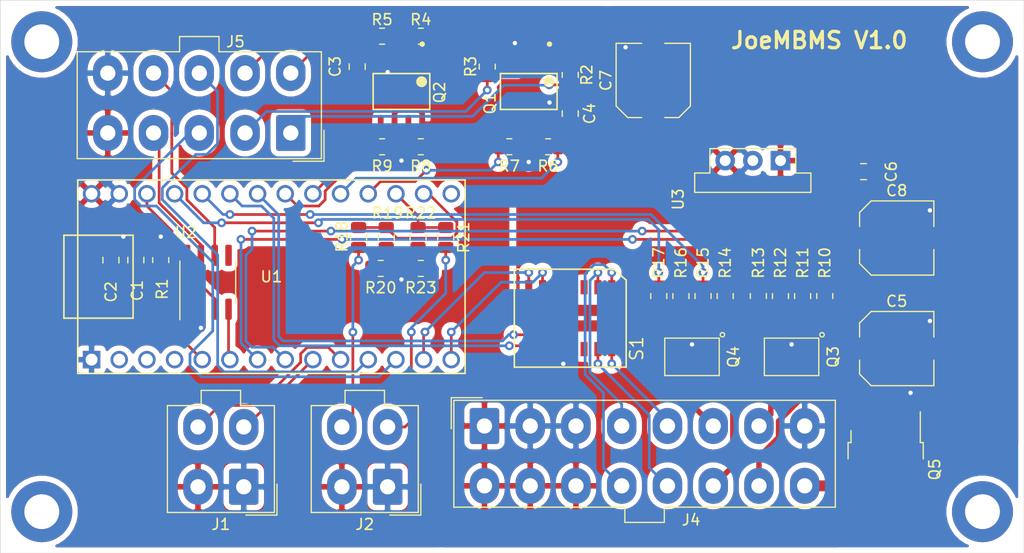
<source format=kicad_pcb>
(kicad_pcb (version 20171130) (host pcbnew 5.1.9+dfsg1-1)
  (layers (0 F.Cu signal) (31 B.Cu signal) (34 B.Paste user) (35 F.Paste user) (36 B.SilkS user) (37 F.SilkS user) (38 B.Mask user) (39 F.Mask user) (44 Edge.Cuts user))
  (net 0 "")
  (net 1 GND)
  (net 2 +3V3)
  (net 3 +5V)
  (net 4 +12V)
  (net 5 Teensy_TX3)
  (net 6 Teensy_RX3)
  (net 7 "Net-(J2-Pad3)")
  (net 8 "Net-(J2-Pad4)")
  (net 9 J4_OUT2)
  (net 10 J4_OUT4)
  (net 11 J4_OUT6)
  (net 12 J4_OUT7)
  (net 13 J4_OUT1)
  (net 14 J4_OUT3)
  (net 15 J4_OUT5)
  (net 16 J4_OUT8)
  (net 17 J4_12V)
  (net 18 J5_IN1)
  (net 19 J5_IN2)
  (net 20 J5_TX2)
  (net 21 J5_CANH)
  (net 22 J5_IN3)
  (net 23 J5_IN4)
  (net 24 J5_RX2)
  (net 25 J5_CANL)
  (net 26 "Net-(Q1-Pad1)")
  (net 27 "Net-(Q1-Pad3)")
  (net 28 Teensy_IN2)
  (net 29 Teensy_IN1)
  (net 30 Teensy_IN4)
  (net 31 Teensy_IN3)
  (net 32 "Net-(Q2-Pad3)")
  (net 33 "Net-(Q2-Pad1)")
  (net 34 "Net-(Q3-Pad2)")
  (net 35 "Net-(Q3-Pad4)")
  (net 36 "Net-(Q4-Pad4)")
  (net 37 "Net-(Q4-Pad2)")
  (net 38 "Net-(R1-Pad2)")
  (net 39 Teensy_OUT8)
  (net 40 Teensy_OUT7)
  (net 41 Teensy_OUT5)
  (net 42 Teensy_OUT6)
  (net 43 Teensy_ASEN2)
  (net 44 "Net-(R19-Pad1)")
  (net 45 Teensy_ASEN1)
  (net 46 "Net-(R22-Pad1)")
  (net 47 "Net-(S1-Pad12)")
  (net 48 "Net-(S1-Pad3)")
  (net 49 "Net-(S1-Pad4)")
  (net 50 "Net-(S1-Pad5)")
  (net 51 Teensy_OUT3)
  (net 52 Teensy_OUT2)
  (net 53 Teensy_OUT4)
  (net 54 Teensy_OUT1)
  (net 55 "Net-(U1-Pad2)")
  (net 56 "Net-(U1-Pad3)")
  (net 57 "Net-(U1-Pad4)")
  (net 58 Teensy_TX)
  (net 59 Teensy_RX)
  (net 60 "Net-(U1-Pad20)")
  (net 61 "Net-(U2-Pad5)")
  (module Converter_DCDC:Converter_DCDC_muRata_OKI-78SR_Vertical (layer F.Cu) (at 198.628 126.492 180)
    (fp_text reference U3 (at 9.398 -3.556 90) (layer F.SilkS))
    (fp_text value "DCDC 5V")
    (pad 1 thru_hole rect (at 0 0 180) (size 1.8 1.8) (drill 1) (layers *.Cu *.Mask) (net 4 +12V))
    (pad 2 thru_hole circle (at 2.54 0 180) (size 1.8 1.8) (drill 1) (layers *.Cu *.Mask) (net 1 GND))
    (pad 3 thru_hole circle (at 5.08 0 180) (size 1.8 1.8) (drill 1) (layers *.Cu *.Mask) (net 3 +5V))
  )
  (module Capacitor_SMD:C_Elec_6.3x7.7 (layer F.Cu) (at 209.296 133.604)
    (fp_text reference C8 (at 0 -4.35) (layer F.SilkS))
    (fp_text value 100uF)
    (pad 2 smd roundrect (at 2.5375 0) (size 3.325 1.6) (layers F.Cu F.Paste F.Mask) (roundrect_rratio 0.15625) (net 1 GND))
    (pad 1 smd roundrect (at -2.5375 0) (size 3.325 1.6) (layers F.Cu F.Paste F.Mask) (roundrect_rratio 0.15625) (net 4 +12V))
  )
  (module Capacitor_SMD:C_Elec_6.3x7.7 (layer F.Cu) (at 186.944 119.126 90)
    (fp_text reference C7 (at 0 -4.35 90) (layer F.SilkS))
    (fp_text value 100uF)
    (pad 2 smd roundrect (at 2.5375 0 90) (size 3.325 1.6) (layers F.Cu F.Paste F.Mask) (roundrect_rratio 0.15625) (net 1 GND))
    (pad 1 smd roundrect (at -2.5375 0 90) (size 3.325 1.6) (layers F.Cu F.Paste F.Mask) (roundrect_rratio 0.15625) (net 3 +5V))
  )
  (module Capacitor_SMD:C_Elec_6.3x7.7 (layer F.Cu) (at 209.296 143.764)
    (fp_text reference C5 (at 0 -4.35) (layer F.SilkS))
    (fp_text value 100uF)
    (pad 2 smd roundrect (at 2.5375 0) (size 3.325 1.6) (layers F.Cu F.Paste F.Mask) (roundrect_rratio 0.15625) (net 1 GND))
    (pad 1 smd roundrect (at -2.5375 0) (size 3.325 1.6) (layers F.Cu F.Paste F.Mask) (roundrect_rratio 0.15625) (net 4 +12V))
  )
  (module MountingHole:MountingHole_3.2mm_M3_DIN965_Pad (layer F.Cu) (at 130.81 158.75)
    (fp_text reference REF** hide)
    (fp_text value MountingHole_3.2mm_M3_DIN965_Pad)
    (pad 1 thru_hole circle (at 0 0) (size 5.6 5.6) (drill 3.2) (layers *.Cu *.Mask))
  )
  (module MountingHole:MountingHole_3.2mm_M3_DIN965_Pad (layer F.Cu) (at 130.81 115.57)
    (fp_text reference REF** hide)
    (fp_text value MountingHole_3.2mm_M3_DIN965_Pad)
    (pad 1 thru_hole circle (at 0 0) (size 5.6 5.6) (drill 3.2) (layers *.Cu *.Mask))
  )
  (module MountingHole:MountingHole_3.2mm_M3_DIN965_Pad (layer F.Cu) (at 217.17 115.57)
    (fp_text reference REF** hide)
    (fp_text value MountingHole_3.2mm_M3_DIN965_Pad)
    (pad 1 thru_hole circle (at 0 0) (size 5.6 5.6) (drill 3.2) (layers *.Cu *.Mask))
  )
  (module MountingHole:MountingHole_3.2mm_M3_DIN965_Pad (layer F.Cu) (at 217.17 158.75)
    (fp_text reference REF** hide)
    (fp_text value MountingHole_3.2mm_M3_DIN965_Pad hide)
    (pad 1 thru_hole circle (at 0 0) (size 5.6 5.6) (drill 3.2) (layers *.Cu *.Mask))
  )
  (module Teensy:Teensy30_31_32_LC_Mod (layer F.Cu) (at 151.892 137.16)
    (fp_text reference U1 (at 0 0) (layer F.SilkS))
    (fp_text value Teensy3.2)
    (pad 1 thru_hole rect (at -16.51 7.62) (size 1.6 1.6) (drill 1.1) (layers *.Cu *.Mask) (net 1 GND))
    (pad 2 thru_hole circle (at -13.97 7.62) (size 1.6 1.6) (drill 1.1) (layers *.Cu *.Mask) (net 55 "Net-(U1-Pad2)"))
    (pad 3 thru_hole circle (at -11.43 7.62) (size 1.6 1.6) (drill 1.1) (layers *.Cu *.Mask) (net 56 "Net-(U1-Pad3)"))
    (pad 4 thru_hole circle (at -8.89 7.62) (size 1.6 1.6) (drill 1.1) (layers *.Cu *.Mask) (net 57 "Net-(U1-Pad4)"))
    (pad 5 thru_hole circle (at -6.35 7.62) (size 1.6 1.6) (drill 1.1) (layers *.Cu *.Mask) (net 58 Teensy_TX))
    (pad 6 thru_hole circle (at -3.81 7.62) (size 1.6 1.6) (drill 1.1) (layers *.Cu *.Mask) (net 59 Teensy_RX))
    (pad 7 thru_hole circle (at -1.27 7.62) (size 1.6 1.6) (drill 1.1) (layers *.Cu *.Mask) (net 40 Teensy_OUT7))
    (pad 8 thru_hole circle (at 1.27 7.62) (size 1.6 1.6) (drill 1.1) (layers *.Cu *.Mask) (net 39 Teensy_OUT8))
    (pad 9 thru_hole circle (at 3.81 7.62) (size 1.6 1.6) (drill 1.1) (layers *.Cu *.Mask) (net 6 Teensy_RX3))
    (pad 10 thru_hole circle (at 6.35 7.62) (size 1.6 1.6) (drill 1.1) (layers *.Cu *.Mask) (net 5 Teensy_TX3))
    (pad 11 thru_hole circle (at 8.89 7.62) (size 1.6 1.6) (drill 1.1) (layers *.Cu *.Mask) (net 24 J5_RX2))
    (pad 12 thru_hole circle (at 11.43 7.62) (size 1.6 1.6) (drill 1.1) (layers *.Cu *.Mask) (net 20 J5_TX2))
    (pad 13 thru_hole circle (at 13.97 7.62) (size 1.6 1.6) (drill 1.1) (layers *.Cu *.Mask) (net 54 Teensy_OUT1))
    (pad 33 thru_hole circle (at -16.51 -7.62) (size 1.6 1.6) (drill 1.1) (layers *.Cu *.Mask) (net 3 +5V))
    (pad 32 thru_hole circle (at -13.97 -7.62) (size 1.6 1.6) (drill 1.1) (layers *.Cu *.Mask) (net 1 GND))
    (pad 31 thru_hole circle (at -11.43 -7.62) (size 1.6 1.6) (drill 1.1) (layers *.Cu *.Mask) (net 2 +3V3))
    (pad 30 thru_hole circle (at -8.89 -7.62) (size 1.6 1.6) (drill 1.1) (layers *.Cu *.Mask) (net 42 Teensy_OUT6))
    (pad 29 thru_hole circle (at -6.35 -7.62) (size 1.6 1.6) (drill 1.1) (layers *.Cu *.Mask) (net 41 Teensy_OUT5))
    (pad 28 thru_hole circle (at -3.81 -7.62) (size 1.6 1.6) (drill 1.1) (layers *.Cu *.Mask) (net 53 Teensy_OUT4))
    (pad 27 thru_hole circle (at -1.27 -7.62) (size 1.6 1.6) (drill 1.1) (layers *.Cu *.Mask) (net 51 Teensy_OUT3))
    (pad 26 thru_hole circle (at 1.27 -7.62) (size 1.6 1.6) (drill 1.1) (layers *.Cu *.Mask) (net 30 Teensy_IN4))
    (pad 25 thru_hole circle (at 3.81 -7.62) (size 1.6 1.6) (drill 1.1) (layers *.Cu *.Mask) (net 31 Teensy_IN3))
    (pad 24 thru_hole circle (at 6.35 -7.62) (size 1.6 1.6) (drill 1.1) (layers *.Cu *.Mask) (net 29 Teensy_IN1))
    (pad 23 thru_hole circle (at 8.89 -7.62) (size 1.6 1.6) (drill 1.1) (layers *.Cu *.Mask) (net 28 Teensy_IN2))
    (pad 22 thru_hole circle (at 11.43 -7.62) (size 1.6 1.6) (drill 1.1) (layers *.Cu *.Mask) (net 45 Teensy_ASEN1))
    (pad 21 thru_hole circle (at 13.97 -7.62) (size 1.6 1.6) (drill 1.1) (layers *.Cu *.Mask) (net 43 Teensy_ASEN2))
    (pad 14 thru_hole circle (at 16.51 7.62) (size 1.6 1.6) (drill 1.1) (layers *.Cu *.Mask) (net 52 Teensy_OUT2))
    (pad 20 thru_hole circle (at 16.51 -7.62) (size 1.6 1.6) (drill 1.1) (layers *.Cu *.Mask) (net 60 "Net-(U1-Pad20)"))
  )
  (module Resistor_SMD:R_0805_2012Metric (layer F.Cu) (at 198.628 138.938 270)
    (fp_text reference R12 (at -3.048 0 90) (layer F.SilkS))
    (fp_text value 10k)
    (pad 1 smd roundrect (at -0.9125 0 270) (size 1.025 1.4) (layers F.Cu F.Paste F.Mask) (roundrect_rratio 0.2439014634146341) (net 35 "Net-(Q3-Pad4)"))
    (pad 2 smd roundrect (at 0.9125 0 270) (size 1.025 1.4) (layers F.Cu F.Paste F.Mask) (roundrect_rratio 0.2439014634146341) (net 1 GND))
  )
  (module Capacitor_SMD:C_0805_2012Metric (layer F.Cu) (at 139.446 135.636 270)
    (fp_text reference C1 (at 2.794 -0.127 90) (layer F.SilkS))
    (fp_text value 100nF)
    (pad 1 smd roundrect (at -0.95 0 270) (size 1 1.45) (layers F.Cu F.Paste F.Mask) (net 1 GND))
    (pad 2 smd roundrect (at 0.95 0 270) (size 1 1.45) (layers F.Cu F.Paste F.Mask) (net 2 +3V3))
  )
  (module Capacitor_SMD:C_0805_2012Metric (layer F.Cu) (at 137.16 135.636 270)
    (fp_text reference C2 (at 2.921 0 90) (layer F.SilkS))
    (fp_text value 10uF)
    (pad 2 smd roundrect (at 0.95 0 270) (size 1 1.45) (layers F.Cu F.Paste F.Mask) (net 3 +5V))
    (pad 1 smd roundrect (at -0.95 0 270) (size 1 1.45) (layers F.Cu F.Paste F.Mask) (net 1 GND))
  )
  (module Capacitor_SMD:C_0805_2012Metric (layer F.Cu) (at 159.766 117.856 270)
    (fp_text reference C3 (at 0 2.032 90) (layer F.SilkS))
    (fp_text value 10uF)
    (pad 2 smd roundrect (at 0.95 0 270) (size 1 1.45) (layers F.Cu F.Paste F.Mask) (net 3 +5V))
    (pad 1 smd roundrect (at -0.95 0 270) (size 1 1.45) (layers F.Cu F.Paste F.Mask) (net 1 GND))
  )
  (module Capacitor_SMD:C_0805_2012Metric (layer F.Cu) (at 179.324 122.174 270)
    (fp_text reference C4 (at 0 -1.778 90) (layer F.SilkS))
    (fp_text value 10uF)
    (pad 1 smd roundrect (at -0.95 0 270) (size 1 1.45) (layers F.Cu F.Paste F.Mask) (net 1 GND))
    (pad 2 smd roundrect (at 0.95 0 270) (size 1 1.45) (layers F.Cu F.Paste F.Mask) (net 3 +5V))
  )
  (module Capacitor_SMD:C_0805_2012Metric (layer F.Cu) (at 206.248 127.508 180)
    (fp_text reference C6 (at -2.54 0 270) (layer F.SilkS))
    (fp_text value 10uF)
    (pad 1 smd roundrect (at -0.95 0 180) (size 1 1.45) (layers F.Cu F.Paste F.Mask) (net 1 GND))
    (pad 2 smd roundrect (at 0.95 0 180) (size 1 1.45) (layers F.Cu F.Paste F.Mask) (net 4 +12V))
  )
  (module Connector_Molex:Molex_Mini-Fit_Jr_5566-04A_2x02_P4.20mm_Vertical (layer F.Cu) (at 149.352 156.464 180)
    (fp_text reference J1 (at 2.1 -3.45) (layer F.SilkS))
    (fp_text value Tesla_BMS)
    (pad 4 thru_hole oval (at 4.2 5.5 180) (size 2.7 3.3) (drill 1.4) (layers *.Cu *.Mask) (net 5 Teensy_TX3))
    (pad 3 thru_hole oval (at 0 5.5 180) (size 2.7 3.3) (drill 1.4) (layers *.Cu *.Mask) (net 6 Teensy_RX3))
    (pad 2 thru_hole oval (at 4.2 0 180) (size 2.7 3.3) (drill 1.4) (layers *.Cu *.Mask) (net 3 +5V))
    (pad 1 thru_hole roundrect (at 0 0 180) (size 2.7 3.3) (drill 1.4) (layers *.Cu *.Mask) (roundrect_rratio 0.09259296296296296) (net 1 GND))
  )
  (module Connector_Molex:Molex_Mini-Fit_Jr_5566-04A_2x02_P4.20mm_Vertical (layer F.Cu) (at 162.56 156.464 180)
    (fp_text reference J2 (at 2.1 -3.45) (layer F.SilkS))
    (fp_text value Analog_Sens)
    (pad 1 thru_hole roundrect (at 0 0 180) (size 2.7 3.3) (drill 1.4) (layers *.Cu *.Mask) (roundrect_rratio 0.09259296296296296) (net 1 GND))
    (pad 2 thru_hole oval (at 4.2 0 180) (size 2.7 3.3) (drill 1.4) (layers *.Cu *.Mask) (net 3 +5V))
    (pad 3 thru_hole oval (at 0 5.5 180) (size 2.7 3.3) (drill 1.4) (layers *.Cu *.Mask) (net 7 "Net-(J2-Pad3)"))
    (pad 4 thru_hole oval (at 4.2 5.5 180) (size 2.7 3.3) (drill 1.4) (layers *.Cu *.Mask) (net 8 "Net-(J2-Pad4)"))
  )
  (module Connector_Molex:Molex_Mini-Fit_Jr_5566-16A_2x08_P4.20mm_Vertical (layer F.Cu) (at 171.45 150.876)
    (fp_text reference J4 (at 18.968 8.636) (layer F.SilkS))
    (fp_text value OUT_PWR)
    (pad 1 thru_hole roundrect (at 0 0) (size 2.7 3.3) (drill 1.4) (layers *.Cu *.Mask) (roundrect_rratio 0.09259296296296296) (net 3 +5V))
    (pad 2 thru_hole oval (at 4.2 0) (size 2.7 3.3) (drill 1.4) (layers *.Cu *.Mask) (net 1 GND))
    (pad 3 thru_hole oval (at 8.4 0) (size 2.7 3.3) (drill 1.4) (layers *.Cu *.Mask) (net 1 GND))
    (pad 4 thru_hole oval (at 12.6 0) (size 2.7 3.3) (drill 1.4) (layers *.Cu *.Mask) (net 9 J4_OUT2))
    (pad 5 thru_hole oval (at 16.8 0) (size 2.7 3.3) (drill 1.4) (layers *.Cu *.Mask) (net 10 J4_OUT4))
    (pad 6 thru_hole oval (at 21 0) (size 2.7 3.3) (drill 1.4) (layers *.Cu *.Mask) (net 11 J4_OUT6))
    (pad 7 thru_hole oval (at 25.2 0) (size 2.7 3.3) (drill 1.4) (layers *.Cu *.Mask) (net 12 J4_OUT7))
    (pad 8 thru_hole oval (at 29.4 0) (size 2.7 3.3) (drill 1.4) (layers *.Cu *.Mask) (net 1 GND))
    (pad 9 thru_hole oval (at 0 5.5) (size 2.7 3.3) (drill 1.4) (layers *.Cu *.Mask) (net 4 +12V))
    (pad 10 thru_hole oval (at 4.2 5.5) (size 2.7 3.3) (drill 1.4) (layers *.Cu *.Mask) (net 4 +12V))
    (pad 11 thru_hole oval (at 8.4 5.5) (size 2.7 3.3) (drill 1.4) (layers *.Cu *.Mask) (net 4 +12V))
    (pad 12 thru_hole oval (at 12.6 5.5) (size 2.7 3.3) (drill 1.4) (layers *.Cu *.Mask) (net 13 J4_OUT1))
    (pad 13 thru_hole oval (at 16.8 5.5) (size 2.7 3.3) (drill 1.4) (layers *.Cu *.Mask) (net 14 J4_OUT3))
    (pad 14 thru_hole oval (at 21 5.5) (size 2.7 3.3) (drill 1.4) (layers *.Cu *.Mask) (net 15 J4_OUT5))
    (pad 15 thru_hole oval (at 25.2 5.5) (size 2.7 3.3) (drill 1.4) (layers *.Cu *.Mask) (net 16 J4_OUT8))
    (pad 16 thru_hole oval (at 29.4 5.5) (size 2.7 3.3) (drill 1.4) (layers *.Cu *.Mask) (net 17 J4_12V))
  )
  (module Connector_Molex:Molex_Mini-Fit_Jr_5566-10A_2x05_P4.20mm_Vertical (layer F.Cu) (at 153.67 123.952 180)
    (fp_text reference J5 (at 5.08 8.382) (layer F.SilkS))
    (fp_text value IN_COMM)
    (pad 1 thru_hole roundrect (at 0 0 180) (size 2.7 3.3) (drill 1.4) (layers *.Cu *.Mask) (roundrect_rratio 0.09259296296296296) (net 18 J5_IN1))
    (pad 2 thru_hole oval (at 4.2 0 180) (size 2.7 3.3) (drill 1.4) (layers *.Cu *.Mask) (net 19 J5_IN2))
    (pad 3 thru_hole oval (at 8.4 0 180) (size 2.7 3.3) (drill 1.4) (layers *.Cu *.Mask) (net 20 J5_TX2))
    (pad 4 thru_hole oval (at 12.6 0 180) (size 2.7 3.3) (drill 1.4) (layers *.Cu *.Mask) (net 21 J5_CANH))
    (pad 5 thru_hole oval (at 16.8 0 180) (size 2.7 3.3) (drill 1.4) (layers *.Cu *.Mask) (net 3 +5V))
    (pad 6 thru_hole oval (at 0 5.5 180) (size 2.7 3.3) (drill 1.4) (layers *.Cu *.Mask) (net 22 J5_IN3))
    (pad 7 thru_hole oval (at 4.2 5.5 180) (size 2.7 3.3) (drill 1.4) (layers *.Cu *.Mask) (net 23 J5_IN4))
    (pad 8 thru_hole oval (at 8.4 5.5 180) (size 2.7 3.3) (drill 1.4) (layers *.Cu *.Mask) (net 24 J5_RX2))
    (pad 9 thru_hole oval (at 12.6 5.5 180) (size 2.7 3.3) (drill 1.4) (layers *.Cu *.Mask) (net 25 J5_CANL))
    (pad 10 thru_hole oval (at 16.8 5.5 180) (size 2.7 3.3) (drill 1.4) (layers *.Cu *.Mask) (net 1 GND))
  )
  (module eec:Broadcom-SO-8-0-0-IPC_C_ (layer F.Cu) (at 175.514 120.142 270)
    (fp_text reference Q1 (at 0 3.556 270) (layer F.SilkS) (effects (justify right)))
    (fp_text value ACPL-227-500E hide)
    (pad 1 smd rect (at -3.000142 -1.905 270) (size 1.702833 0.532132) (layers F.Cu F.Paste F.Mask) (net 26 "Net-(Q1-Pad1)"))
    (pad 2 smd roundrect (at -3.000142 -0.635 270) (size 1.702833 0.532132) (layers F.Cu F.Paste F.Mask) (roundrect_rratio 0.5) (net 1 GND))
    (pad 3 smd roundrect (at -3.000142 0.635 270) (size 1.702833 0.532132) (layers F.Cu F.Paste F.Mask) (roundrect_rratio 0.5) (net 27 "Net-(Q1-Pad3)"))
    (pad 4 smd roundrect (at -3.000142 1.905 270) (size 1.702833 0.532132) (layers F.Cu F.Paste F.Mask) (roundrect_rratio 0.5) (net 1 GND))
    (pad 5 smd roundrect (at 3.000143 1.905 270) (size 1.702833 0.532132) (layers F.Cu F.Paste F.Mask) (roundrect_rratio 0.5) (net 28 Teensy_IN2))
    (pad 6 smd roundrect (at 3.000143 0.635 270) (size 1.702833 0.532132) (layers F.Cu F.Paste F.Mask) (roundrect_rratio 0.5) (net 3 +5V))
    (pad 7 smd roundrect (at 3.000143 -0.635 270) (size 1.702833 0.532132) (layers F.Cu F.Paste F.Mask) (roundrect_rratio 0.5) (net 29 Teensy_IN1))
    (pad 8 smd roundrect (at 3.000143 -1.905 270) (size 1.702833 0.532132) (layers F.Cu F.Paste F.Mask) (roundrect_rratio 0.5) (net 3 +5V))
  )
  (module eec:Broadcom-SO-8-0-0-IPC_C_ (layer F.Cu) (at 163.83 120.142 270)
    (fp_text reference Q2 (at -1.016 -3.5 90) (layer F.SilkS) (effects (justify right)))
    (fp_text value ACPL-227-500E hide)
    (pad 8 smd roundrect (at 3.000143 -1.905 270) (size 1.702833 0.532132) (layers F.Cu F.Paste F.Mask) (roundrect_rratio 0.5) (net 3 +5V))
    (pad 7 smd roundrect (at 3.000143 -0.635 270) (size 1.702833 0.532132) (layers F.Cu F.Paste F.Mask) (roundrect_rratio 0.5) (net 30 Teensy_IN4))
    (pad 6 smd roundrect (at 3.000143 0.635 270) (size 1.702833 0.532132) (layers F.Cu F.Paste F.Mask) (roundrect_rratio 0.5) (net 3 +5V))
    (pad 5 smd roundrect (at 3.000143 1.905 270) (size 1.702833 0.532132) (layers F.Cu F.Paste F.Mask) (roundrect_rratio 0.5) (net 31 Teensy_IN3))
    (pad 4 smd roundrect (at -3.000142 1.905 270) (size 1.702833 0.532132) (layers F.Cu F.Paste F.Mask) (roundrect_rratio 0.5) (net 1 GND))
    (pad 3 smd roundrect (at -3.000142 0.635 270) (size 1.702833 0.532132) (layers F.Cu F.Paste F.Mask) (roundrect_rratio 0.5) (net 32 "Net-(Q2-Pad3)"))
    (pad 2 smd roundrect (at -3.000142 -0.635 270) (size 1.702833 0.532132) (layers F.Cu F.Paste F.Mask) (roundrect_rratio 0.5) (net 1 GND))
    (pad 1 smd rect (at -3.000142 -1.905 270) (size 1.702833 0.532132) (layers F.Cu F.Paste F.Mask) (net 33 "Net-(Q2-Pad1)"))
  )
  (module JoeMBMS:SO-8_IRF956 (layer F.Cu) (at 199.644 144.526 270)
    (fp_text reference Q3 (at 0 -3.81 90) (layer F.SilkS))
    (fp_text value IRF9956)
    (pad 1 smd rect (at -2.61 -1.905 270) (size 1.78 0.72) (layers F.Cu F.Paste F.Mask) (net 1 GND))
    (pad 3 smd rect (at -2.61 0.635 270) (size 1.78 0.72) (layers F.Cu F.Paste F.Mask) (net 1 GND))
    (pad 2 smd rect (at -2.61 -0.635 270) (size 1.78 0.72) (layers F.Cu F.Paste F.Mask) (net 34 "Net-(Q3-Pad2)"))
    (pad 4 smd rect (at -2.61 1.905 270) (size 1.78 0.72) (layers F.Cu F.Paste F.Mask) (net 35 "Net-(Q3-Pad4)"))
    (pad 5 smd rect (at 2.61 1.905 270) (size 1.78 0.72) (layers F.Cu F.Paste F.Mask) (net 12 J4_OUT7))
    (pad 6 smd rect (at 2.61 0.635 270) (size 1.78 0.72) (layers F.Cu F.Paste F.Mask) (net 12 J4_OUT7))
    (pad 7 smd rect (at 2.61 -0.635 270) (size 1.78 0.72) (layers F.Cu F.Paste F.Mask) (net 16 J4_OUT8))
    (pad 8 smd rect (at 2.61 -1.905 270) (size 1.78 0.72) (layers F.Cu F.Paste F.Mask) (net 16 J4_OUT8))
  )
  (module JoeMBMS:SO-8_IRF956 (layer F.Cu) (at 190.5 144.526 270)
    (fp_text reference Q4 (at 0 -3.81 90) (layer F.SilkS))
    (fp_text value IRF9956)
    (pad 8 smd rect (at 2.61 -1.905 270) (size 1.78 0.72) (layers F.Cu F.Paste F.Mask) (net 15 J4_OUT5))
    (pad 7 smd rect (at 2.61 -0.635 270) (size 1.78 0.72) (layers F.Cu F.Paste F.Mask) (net 15 J4_OUT5))
    (pad 6 smd rect (at 2.61 0.635 270) (size 1.78 0.72) (layers F.Cu F.Paste F.Mask) (net 11 J4_OUT6))
    (pad 5 smd rect (at 2.61 1.905 270) (size 1.78 0.72) (layers F.Cu F.Paste F.Mask) (net 11 J4_OUT6))
    (pad 4 smd rect (at -2.61 1.905 270) (size 1.78 0.72) (layers F.Cu F.Paste F.Mask) (net 36 "Net-(Q4-Pad4)"))
    (pad 2 smd rect (at -2.61 -0.635 270) (size 1.78 0.72) (layers F.Cu F.Paste F.Mask) (net 37 "Net-(Q4-Pad2)"))
    (pad 3 smd rect (at -2.61 0.635 270) (size 1.78 0.72) (layers F.Cu F.Paste F.Mask) (net 1 GND))
    (pad 1 smd rect (at -2.61 -1.905 270) (size 1.78 0.72) (layers F.Cu F.Paste F.Mask) (net 1 GND))
  )
  (module Package_TO_SOT_SMD:TO-252-2 (layer F.Cu) (at 208.28 154.872 270)
    (fp_text reference Q5 (at 0 -4.5 90) (layer F.SilkS))
    (fp_text value 068P03L)
    (pad 1 smd rect (at -4.2 -2.28 270) (size 2.2 1.2) (layers F.Cu F.Paste F.Mask) (net 1 GND))
    (pad 3 smd rect (at -4.2 2.28 270) (size 2.2 1.2) (layers F.Cu F.Paste F.Mask) (net 4 +12V))
    (pad 2 smd rect (at 2.1 0 270) (size 6.4 5.8) (layers F.Cu F.Mask) (net 17 J4_12V))
  )
  (module Resistor_SMD:R_0805_2012Metric (layer F.Cu) (at 141.732 135.636 270)
    (fp_text reference R1 (at 2.667 -0.127 90) (layer F.SilkS))
    (fp_text value 10k)
    (pad 2 smd roundrect (at 0.9125 0 270) (size 1.025 1.4) (layers F.Cu F.Paste F.Mask) (roundrect_rratio 0.2439014634146341) (net 38 "Net-(R1-Pad2)"))
    (pad 1 smd roundrect (at -0.9125 0 270) (size 1.025 1.4) (layers F.Cu F.Paste F.Mask) (roundrect_rratio 0.2439014634146341) (net 1 GND))
  )
  (module Resistor_SMD:R_0805_2012Metric (layer F.Cu) (at 179.324 118.618 90)
    (fp_text reference R2 (at 0 1.524 90) (layer F.SilkS))
    (fp_text value 4.7K)
    (pad 2 smd roundrect (at 0.9125 0 90) (size 1.025 1.4) (layers F.Cu F.Paste F.Mask) (roundrect_rratio 0.2439014634146341) (net 26 "Net-(Q1-Pad1)"))
    (pad 1 smd roundrect (at -0.9125 0 90) (size 1.025 1.4) (layers F.Cu F.Paste F.Mask) (roundrect_rratio 0.2439014634146341) (net 18 J5_IN1))
  )
  (module Resistor_SMD:R_0805_2012Metric (layer F.Cu) (at 171.704 117.856 90)
    (fp_text reference R3 (at 0 -1.524 90) (layer F.SilkS))
    (fp_text value 4.7k)
    (pad 1 smd roundrect (at -0.9125 0 90) (size 1.025 1.4) (layers F.Cu F.Paste F.Mask) (roundrect_rratio 0.2439014634146341) (net 19 J5_IN2))
    (pad 2 smd roundrect (at 0.9125 0 90) (size 1.025 1.4) (layers F.Cu F.Paste F.Mask) (roundrect_rratio 0.2439014634146341) (net 27 "Net-(Q1-Pad3)"))
  )
  (module Resistor_SMD:R_0805_2012Metric (layer F.Cu) (at 165.608 115.062)
    (fp_text reference R4 (at 0 -1.524) (layer F.SilkS))
    (fp_text value 4.7k)
    (pad 1 smd roundrect (at -0.9125 0) (size 1.025 1.4) (layers F.Cu F.Paste F.Mask) (roundrect_rratio 0.2439014634146341) (net 23 J5_IN4))
    (pad 2 smd roundrect (at 0.9125 0) (size 1.025 1.4) (layers F.Cu F.Paste F.Mask) (roundrect_rratio 0.2439014634146341) (net 33 "Net-(Q2-Pad1)"))
  )
  (module Resistor_SMD:R_0805_2012Metric (layer F.Cu) (at 162.052 115.062)
    (fp_text reference R5 (at 0 -1.524) (layer F.SilkS))
    (fp_text value 4.7k)
    (pad 2 smd roundrect (at 0.9125 0) (size 1.025 1.4) (layers F.Cu F.Paste F.Mask) (roundrect_rratio 0.2439014634146341) (net 32 "Net-(Q2-Pad3)"))
    (pad 1 smd roundrect (at -0.9125 0) (size 1.025 1.4) (layers F.Cu F.Paste F.Mask) (roundrect_rratio 0.2439014634146341) (net 22 J5_IN3))
  )
  (module Resistor_SMD:R_0805_2012Metric (layer F.Cu) (at 177.292 125.222 180)
    (fp_text reference R6 (at 0 -1.778) (layer F.SilkS))
    (fp_text value 10k)
    (pad 2 smd roundrect (at 0.9125 0 180) (size 1.025 1.4) (layers F.Cu F.Paste F.Mask) (roundrect_rratio 0.2439014634146341) (net 1 GND))
    (pad 1 smd roundrect (at -0.9125 0 180) (size 1.025 1.4) (layers F.Cu F.Paste F.Mask) (roundrect_rratio 0.2439014634146341) (net 29 Teensy_IN1))
  )
  (module Resistor_SMD:R_0805_2012Metric (layer F.Cu) (at 173.736 125.222)
    (fp_text reference R7 (at 0 1.778) (layer F.SilkS))
    (fp_text value 10k)
    (pad 1 smd roundrect (at -0.9125 0) (size 1.025 1.4) (layers F.Cu F.Paste F.Mask) (roundrect_rratio 0.2439014634146341) (net 28 Teensy_IN2))
    (pad 2 smd roundrect (at 0.9125 0) (size 1.025 1.4) (layers F.Cu F.Paste F.Mask) (roundrect_rratio 0.2439014634146341) (net 1 GND))
  )
  (module Resistor_SMD:R_0805_2012Metric (layer F.Cu) (at 165.608 125.222 180)
    (fp_text reference R8 (at 0 -1.778) (layer F.SilkS))
    (fp_text value 10k)
    (pad 1 smd roundrect (at -0.9125 0 180) (size 1.025 1.4) (layers F.Cu F.Paste F.Mask) (roundrect_rratio 0.2439014634146341) (net 30 Teensy_IN4))
    (pad 2 smd roundrect (at 0.9125 0 180) (size 1.025 1.4) (layers F.Cu F.Paste F.Mask) (roundrect_rratio 0.2439014634146341) (net 1 GND))
  )
  (module Resistor_SMD:R_0805_2012Metric (layer F.Cu) (at 162.052 125.222)
    (fp_text reference R9 (at 0 1.778) (layer F.SilkS))
    (fp_text value 10k)
    (pad 2 smd roundrect (at 0.9125 0) (size 1.025 1.4) (layers F.Cu F.Paste F.Mask) (roundrect_rratio 0.2439014634146341) (net 1 GND))
    (pad 1 smd roundrect (at -0.9125 0) (size 1.025 1.4) (layers F.Cu F.Paste F.Mask) (roundrect_rratio 0.2439014634146341) (net 31 Teensy_IN3))
  )
  (module Resistor_SMD:R_0805_2012Metric (layer F.Cu) (at 202.692 138.938 270)
    (fp_text reference R10 (at -3.048 0 90) (layer F.SilkS))
    (fp_text value 10k)
    (pad 1 smd roundrect (at -0.9125 0 270) (size 1.025 1.4) (layers F.Cu F.Paste F.Mask) (roundrect_rratio 0.2439014634146341) (net 34 "Net-(Q3-Pad2)"))
    (pad 2 smd roundrect (at 0.9125 0 270) (size 1.025 1.4) (layers F.Cu F.Paste F.Mask) (roundrect_rratio 0.2439014634146341) (net 1 GND))
  )
  (module Resistor_SMD:R_0805_2012Metric (layer F.Cu) (at 200.66 138.938 270)
    (fp_text reference R11 (at -3.048 0 90) (layer F.SilkS))
    (fp_text value 220)
    (pad 2 smd roundrect (at 0.9125 0 270) (size 1.025 1.4) (layers F.Cu F.Paste F.Mask) (roundrect_rratio 0.2439014634146341) (net 34 "Net-(Q3-Pad2)"))
    (pad 1 smd roundrect (at -0.9125 0 270) (size 1.025 1.4) (layers F.Cu F.Paste F.Mask) (roundrect_rratio 0.2439014634146341) (net 39 Teensy_OUT8))
  )
  (module Resistor_SMD:R_0805_2012Metric (layer F.Cu) (at 196.596 138.938 270)
    (fp_text reference R13 (at -3.048 0 90) (layer F.SilkS))
    (fp_text value 220)
    (pad 1 smd roundrect (at -0.9125 0 270) (size 1.025 1.4) (layers F.Cu F.Paste F.Mask) (roundrect_rratio 0.2439014634146341) (net 40 Teensy_OUT7))
    (pad 2 smd roundrect (at 0.9125 0 270) (size 1.025 1.4) (layers F.Cu F.Paste F.Mask) (roundrect_rratio 0.2439014634146341) (net 35 "Net-(Q3-Pad4)"))
  )
  (module Resistor_SMD:R_0805_2012Metric (layer F.Cu) (at 193.548 138.938 270)
    (fp_text reference R14 (at -3.048 0 90) (layer F.SilkS))
    (fp_text value 10k)
    (pad 1 smd roundrect (at -0.9125 0 270) (size 1.025 1.4) (layers F.Cu F.Paste F.Mask) (roundrect_rratio 0.2439014634146341) (net 37 "Net-(Q4-Pad2)"))
    (pad 2 smd roundrect (at 0.9125 0 270) (size 1.025 1.4) (layers F.Cu F.Paste F.Mask) (roundrect_rratio 0.2439014634146341) (net 1 GND))
  )
  (module Resistor_SMD:R_0805_2012Metric (layer F.Cu) (at 191.516 138.938 270)
    (fp_text reference R15 (at -3.048 0 90) (layer F.SilkS))
    (fp_text value 220)
    (pad 2 smd roundrect (at 0.9125 0 270) (size 1.025 1.4) (layers F.Cu F.Paste F.Mask) (roundrect_rratio 0.2439014634146341) (net 37 "Net-(Q4-Pad2)"))
    (pad 1 smd roundrect (at -0.9125 0 270) (size 1.025 1.4) (layers F.Cu F.Paste F.Mask) (roundrect_rratio 0.2439014634146341) (net 41 Teensy_OUT5))
  )
  (module Resistor_SMD:R_0805_2012Metric (layer F.Cu) (at 189.484 138.938 270)
    (fp_text reference R16 (at -3.048 0 90) (layer F.SilkS))
    (fp_text value 10k)
    (pad 1 smd roundrect (at -0.9125 0 270) (size 1.025 1.4) (layers F.Cu F.Paste F.Mask) (roundrect_rratio 0.2439014634146341) (net 36 "Net-(Q4-Pad4)"))
    (pad 2 smd roundrect (at 0.9125 0 270) (size 1.025 1.4) (layers F.Cu F.Paste F.Mask) (roundrect_rratio 0.2439014634146341) (net 1 GND))
  )
  (module Resistor_SMD:R_0805_2012Metric (layer F.Cu) (at 187.452 138.938 270)
    (fp_text reference R17 (at -3.048 0 90) (layer F.SilkS))
    (fp_text value 220)
    (pad 2 smd roundrect (at 0.9125 0 270) (size 1.025 1.4) (layers F.Cu F.Paste F.Mask) (roundrect_rratio 0.2439014634146341) (net 36 "Net-(Q4-Pad4)"))
    (pad 1 smd roundrect (at -0.9125 0 270) (size 1.025 1.4) (layers F.Cu F.Paste F.Mask) (roundrect_rratio 0.2439014634146341) (net 42 Teensy_OUT6))
  )
  (module Resistor_SMD:R_0805_2012Metric (layer F.Cu) (at 159.893 133.5532 270)
    (fp_text reference R18 (at -0.0762 1.524 90) (layer F.SilkS))
    (fp_text value 10k)
    (pad 2 smd roundrect (at 0.9125 0 270) (size 1.025 1.4) (layers F.Cu F.Paste F.Mask) (roundrect_rratio 0.2439014634146341) (net 8 "Net-(J2-Pad4)"))
    (pad 1 smd roundrect (at -0.9125 0 270) (size 1.025 1.4) (layers F.Cu F.Paste F.Mask) (roundrect_rratio 0.2439014634146341) (net 43 Teensy_ASEN2))
  )
  (module Resistor_SMD:R_0805_2012Metric (layer F.Cu) (at 162.433 133.5532 90)
    (fp_text reference R19 (at 2.2352 0.127 180) (layer F.SilkS))
    (fp_text value 10k)
    (pad 1 smd roundrect (at -0.9125 0 90) (size 1.025 1.4) (layers F.Cu F.Paste F.Mask) (roundrect_rratio 0.2439014634146341) (net 44 "Net-(R19-Pad1)"))
    (pad 2 smd roundrect (at 0.9125 0 90) (size 1.025 1.4) (layers F.Cu F.Paste F.Mask) (roundrect_rratio 0.2439014634146341) (net 43 Teensy_ASEN2))
  )
  (module Resistor_SMD:R_0805_2012Metric (layer F.Cu) (at 161.925 136.398 180)
    (fp_text reference R20 (at 0 -1.778) (layer F.SilkS))
    (fp_text value 10k)
    (pad 2 smd roundrect (at 0.9125 0 180) (size 1.025 1.4) (layers F.Cu F.Paste F.Mask) (roundrect_rratio 0.2439014634146341) (net 44 "Net-(R19-Pad1)"))
    (pad 1 smd roundrect (at -0.9125 0 180) (size 1.025 1.4) (layers F.Cu F.Paste F.Mask) (roundrect_rratio 0.2439014634146341) (net 1 GND))
  )
  (module Resistor_SMD:R_0805_2012Metric (layer F.Cu) (at 167.894 133.5532 270)
    (fp_text reference R21 (at 0 -1.65 90) (layer F.SilkS))
    (fp_text value 10k)
    (pad 1 smd roundrect (at -0.9125 0 270) (size 1.025 1.4) (layers F.Cu F.Paste F.Mask) (roundrect_rratio 0.2439014634146341) (net 45 Teensy_ASEN1))
    (pad 2 smd roundrect (at 0.9125 0 270) (size 1.025 1.4) (layers F.Cu F.Paste F.Mask) (roundrect_rratio 0.2439014634146341) (net 7 "Net-(J2-Pad3)"))
  )
  (module Resistor_SMD:R_0805_2012Metric (layer F.Cu) (at 165.354 133.5532 90)
    (fp_text reference R22 (at 2.2352 0.254 180) (layer F.SilkS))
    (fp_text value 10k)
    (pad 2 smd roundrect (at 0.9125 0 90) (size 1.025 1.4) (layers F.Cu F.Paste F.Mask) (roundrect_rratio 0.2439014634146341) (net 45 Teensy_ASEN1))
    (pad 1 smd roundrect (at -0.9125 0 90) (size 1.025 1.4) (layers F.Cu F.Paste F.Mask) (roundrect_rratio 0.2439014634146341) (net 46 "Net-(R22-Pad1)"))
  )
  (module Resistor_SMD:R_0805_2012Metric (layer F.Cu) (at 165.608 136.398)
    (fp_text reference R23 (at 0 1.778) (layer F.SilkS))
    (fp_text value 10k)
    (pad 1 smd roundrect (at -0.9125 0) (size 1.025 1.4) (layers F.Cu F.Paste F.Mask) (roundrect_rratio 0.2439014634146341) (net 1 GND))
    (pad 2 smd roundrect (at 0.9125 0) (size 1.025 1.4) (layers F.Cu F.Paste F.Mask) (roundrect_rratio 0.2439014634146341) (net 46 "Net-(R22-Pad1)"))
  )
  (module MRV_SMD_Packages:PG-DSO-14-40_EP (layer F.Cu) (at 179.324 140.97 180)
    (fp_text reference S1 (at -6.096 -2.794 90) (layer F.SilkS) (effects (font (size 1.2 1.2))))
    (fp_text value BTS5200-4)
    (pad 15 smd rect (at -1.65 -0.7125 180) (size 2.9 1.025) (layers F.Cu F.Paste F.Mask) (net 4 +12V))
    (pad 15 smd rect (at 1.65 -0.7125 180) (size 2.9 1.025) (layers F.Cu F.Paste F.Mask) (net 4 +12V))
    (pad 15 smd rect (at 1.65 0.7125 180) (size 2.9 1.025) (layers F.Cu F.Paste F.Mask) (net 4 +12V))
    (pad 14 smd rect (at -3.81 -2.845 180) (size 0.65 1.31) (layers F.Cu F.Paste F.Mask) (net 10 J4_OUT4))
    (pad 1 smd rect (at -3.81 2.845 180) (size 0.65 1.31) (layers F.Cu F.Paste F.Mask) (net 13 J4_OUT1))
    (pad 13 smd rect (at -2.54 -2.845 180) (size 0.65 1.31) (layers F.Cu F.Paste F.Mask) (net 14 J4_OUT3))
    (pad 2 smd rect (at -2.54 2.845 180) (size 0.65 1.31) (layers F.Cu F.Paste F.Mask) (net 9 J4_OUT2))
    (pad 12 smd rect (at -1.27 -2.845 180) (size 0.65 1.31) (layers F.Cu F.Paste F.Mask) (net 47 "Net-(S1-Pad12)"))
    (pad 3 smd rect (at -1.27 2.845 180) (size 0.65 1.31) (layers F.Cu F.Paste F.Mask) (net 48 "Net-(S1-Pad3)"))
    (pad 11 smd rect (at 0 -2.845 180) (size 0.65 1.31) (layers F.Cu F.Paste F.Mask) (net 1 GND))
    (pad 4 smd rect (at 0 2.845 180) (size 0.65 1.31) (layers F.Cu F.Paste F.Mask) (net 49 "Net-(S1-Pad4)"))
    (pad 10 smd rect (at 1.27 -2.845 180) (size 0.65 1.31) (layers F.Cu F.Paste F.Mask) (net 1 GND))
    (pad 5 smd rect (at 1.27 2.845 180) (size 0.65 1.31) (layers F.Cu F.Paste F.Mask) (net 50 "Net-(S1-Pad5)"))
    (pad 9 smd rect (at 2.54 -2.845 180) (size 0.65 1.31) (layers F.Cu F.Paste F.Mask) (net 51 Teensy_OUT3))
    (pad 6 smd rect (at 2.54 2.845 180) (size 0.65 1.31) (layers F.Cu F.Paste F.Mask) (net 52 Teensy_OUT2))
    (pad 8 smd rect (at 3.81 -2.845 180) (size 0.65 1.31) (layers F.Cu F.Paste F.Mask) (net 53 Teensy_OUT4))
    (pad 7 smd rect (at 3.81 2.845 180) (size 0.65 1.31) (layers F.Cu F.Paste F.Mask) (net 54 Teensy_OUT1))
    (pad 15 smd rect (at -1.65 0.7125 180) (size 2.9 1.025) (layers F.Cu F.Paste F.Mask) (net 4 +12V))
  )
  (module Package_SO:SOIC-8_3.9x4.9mm_P1.27mm (layer F.Cu) (at 146.05 137.668 90)
    (fp_text reference U2 (at 4.572 -2.032 180) (layer F.SilkS))
    (fp_text value SN65HVD230)
    (pad 1 smd roundrect (at -2.475 -1.905 90) (size 1.95 0.6) (layers F.Cu F.Paste F.Mask) (net 58 Teensy_TX))
    (pad 2 smd roundrect (at -2.475 -0.635 90) (size 1.95 0.6) (layers F.Cu F.Paste F.Mask) (net 1 GND))
    (pad 3 smd roundrect (at -2.475 0.635 90) (size 1.95 0.6) (layers F.Cu F.Paste F.Mask) (net 2 +3V3))
    (pad 4 smd roundrect (at -2.475 1.905 90) (size 1.95 0.6) (layers F.Cu F.Paste F.Mask) (net 59 Teensy_RX))
    (pad 5 smd roundrect (at 2.475 1.905 90) (size 1.95 0.6) (layers F.Cu F.Paste F.Mask) (net 61 "Net-(U2-Pad5)"))
    (pad 6 smd roundrect (at 2.475 0.635 90) (size 1.95 0.6) (layers F.Cu F.Paste F.Mask) (net 25 J5_CANL))
    (pad 7 smd roundrect (at 2.475 -0.635 90) (size 1.95 0.6) (layers F.Cu F.Paste F.Mask) (net 21 J5_CANH))
    (pad 8 smd roundrect (at 2.475 -1.905 90) (size 1.95 0.6) (layers F.Cu F.Paste F.Mask) (net 38 "Net-(R1-Pad2)"))
  )
  (gr_text "JoeMBMS V1.0" (at 202.184 115.443) (layer F.SilkS) (effects (font (size 1.5 1.5) (thickness 0.3))))
  (gr_line (start 220.98 162.56) (end 220.98 111.76) (layer Edge.Cuts) (width 0.05))
  (gr_line (start 127 162.56) (end 220.98 162.56) (layer Edge.Cuts) (width 0.05))
  (gr_line (start 127 111.76) (end 127 162.56) (layer Edge.Cuts) (width 0.05))
  (gr_line (start 220.98 111.76) (end 127 111.76) (layer Edge.Cuts) (width 0.05))
  (via (at 138.303 133.477) (size 0.8) (drill 0.4) (layers F.Cu B.Cu) (net 1))
  (via (at 190.5 143.383) (size 0.8) (drill 0.4) (layers F.Cu B.Cu) (net 1))
  (via (at 199.644 143.383) (size 0.8) (drill 0.4) (layers F.Cu B.Cu) (net 1))
  (segment (start 202.692 140.773) (end 201.549 141.916) (width 0.25) (layer F.Cu) (net 1))
  (segment (start 202.692 139.8505) (end 202.692 140.773) (width 0.25) (layer F.Cu) (net 1))
  (segment (start 201.549 141.916) (end 201.549 142.621) (width 0.25) (layer F.Cu) (net 1))
  (segment (start 192.405 141.916) (end 192.405 142.621) (width 0.25) (layer F.Cu) (net 1))
  (segment (start 198.628 139.8505) (end 198.628 140.462) (width 0.25) (layer F.Cu) (net 1))
  (segment (start 199.009 140.843) (end 199.009 141.916) (width 0.25) (layer F.Cu) (net 1))
  (segment (start 198.628 140.462) (end 199.009 140.843) (width 0.25) (layer F.Cu) (net 1))
  (segment (start 189.484 139.8505) (end 189.484 140.462) (width 0.25) (layer F.Cu) (net 1))
  (segment (start 189.865 140.843) (end 189.865 141.916) (width 0.25) (layer F.Cu) (net 1))
  (segment (start 189.484 140.462) (end 189.865 140.843) (width 0.25) (layer F.Cu) (net 1))
  (segment (start 193.548 139.8505) (end 193.3975 139.8505) (width 0.25) (layer F.Cu) (net 1))
  (segment (start 192.405 140.843) (end 192.405 141.916) (width 0.25) (layer F.Cu) (net 1))
  (segment (start 193.3975 139.8505) (end 192.405 140.843) (width 0.25) (layer F.Cu) (net 1))
  (segment (start 179.85 150.876) (end 179.359999 150.385999) (width 0.25) (layer F.Cu) (net 1))
  (via (at 162.56 118.364) (size 0.8) (drill 0.4) (layers F.Cu B.Cu) (net 1))
  (segment (start 161.816142 117.141858) (end 161.925 117.141858) (width 0.25) (layer F.Cu) (net 1))
  (via (at 175.514 126.619) (size 0.8) (drill 0.4) (layers F.Cu B.Cu) (net 1))
  (via (at 184.404 116.078) (size 0.8) (drill 0.4) (layers F.Cu B.Cu) (net 1))
  (via (at 212.344 131.064) (size 0.8) (drill 0.4) (layers F.Cu B.Cu) (net 1))
  (via (at 212.344 141.224) (size 0.8) (drill 0.4) (layers F.Cu B.Cu) (net 1))
  (via (at 210.566 147.828) (size 0.8) (drill 0.4) (layers F.Cu B.Cu) (net 1))
  (via (at 145.415 141.859) (size 0.8) (drill 0.4) (layers F.Cu B.Cu) (net 1))
  (segment (start 145.415 140.143) (end 145.415 141.859) (width 0.25) (layer F.Cu) (net 1))
  (via (at 174.244 115.697) (size 0.8) (drill 0.4) (layers F.Cu B.Cu) (net 1))
  (segment (start 176.149 117.141858) (end 176.149 116.459) (width 0.25) (layer F.Cu) (net 1))
  (segment (start 176.149 124.9915) (end 176.3795 125.222) (width 0.25) (layer F.Cu) (net 1))
  (segment (start 176.3795 125.222) (end 174.6485 125.222) (width 0.25) (layer F.Cu) (net 1))
  (segment (start 164.465 124.9915) (end 164.6955 125.222) (width 0.25) (layer F.Cu) (net 1))
  (via (at 163.83 126.492) (size 0.8) (drill 0.4) (layers F.Cu B.Cu) (net 1))
  (segment (start 164.6955 125.222) (end 162.9645 125.222) (width 0.25) (layer F.Cu) (net 1))
  (segment (start 164.465 117.729) (end 164.465 117.141858) (width 0.25) (layer F.Cu) (net 1))
  (segment (start 161.689142 116.906) (end 161.925 117.141858) (width 0.25) (layer F.Cu) (net 1))
  (segment (start 159.766 116.906) (end 161.689142 116.906) (width 0.25) (layer F.Cu) (net 1))
  (via (at 178.689 145.161) (size 0.8) (drill 0.4) (layers F.Cu B.Cu) (net 1))
  (segment (start 178.054 143.815) (end 179.324 143.815) (width 0.25) (layer F.Cu) (net 1))
  (segment (start 179.324 144.526) (end 178.689 145.161) (width 0.25) (layer F.Cu) (net 1))
  (segment (start 179.324 143.815) (end 179.324 144.526) (width 0.25) (layer F.Cu) (net 1))
  (segment (start 178.054 144.526) (end 178.689 145.161) (width 0.25) (layer F.Cu) (net 1))
  (segment (start 178.054 143.815) (end 178.054 144.526) (width 0.25) (layer F.Cu) (net 1))
  (segment (start 139.446 134.62) (end 138.303 133.477) (width 0.25) (layer F.Cu) (net 1))
  (segment (start 139.446 134.686) (end 139.446 134.62) (width 0.25) (layer F.Cu) (net 1))
  (segment (start 137.16 134.62) (end 138.303 133.477) (width 0.25) (layer F.Cu) (net 1))
  (segment (start 137.16 134.686) (end 137.16 134.62) (width 0.25) (layer F.Cu) (net 1))
  (segment (start 164.6955 125.6265) (end 163.83 126.492) (width 0.25) (layer F.Cu) (net 1))
  (segment (start 164.6955 125.222) (end 164.6955 125.6265) (width 0.25) (layer F.Cu) (net 1))
  (segment (start 162.9645 125.6265) (end 163.83 126.492) (width 0.25) (layer F.Cu) (net 1))
  (segment (start 162.9645 125.222) (end 162.9645 125.6265) (width 0.25) (layer F.Cu) (net 1))
  (via (at 163.83 137.414) (size 0.8) (drill 0.4) (layers F.Cu B.Cu) (net 1))
  (segment (start 164.6955 136.5485) (end 163.83 137.414) (width 0.25) (layer F.Cu) (net 1))
  (segment (start 164.6955 136.398) (end 164.6955 136.5485) (width 0.25) (layer F.Cu) (net 1))
  (segment (start 162.8375 136.4215) (end 163.83 137.414) (width 0.25) (layer F.Cu) (net 1))
  (segment (start 162.8375 136.398) (end 162.8375 136.4215) (width 0.25) (layer F.Cu) (net 1))
  (segment (start 139.4835 134.7235) (end 139.446 134.686) (width 0.25) (layer F.Cu) (net 1))
  (segment (start 141.732 134.7235) (end 139.4835 134.7235) (width 0.25) (layer F.Cu) (net 1))
  (via (at 141.732 133.477) (size 0.8) (drill 0.4) (layers F.Cu B.Cu) (net 1))
  (segment (start 141.732 134.7235) (end 141.732 133.477) (width 0.25) (layer F.Cu) (net 1))
  (segment (start 201.222 143.383) (end 199.644 143.383) (width 0.25) (layer F.Cu) (net 1))
  (segment (start 201.549 143.056) (end 201.222 143.383) (width 0.25) (layer F.Cu) (net 1))
  (segment (start 201.549 141.916) (end 201.549 143.056) (width 0.25) (layer F.Cu) (net 1))
  (segment (start 199.009 142.748) (end 199.644 143.383) (width 0.25) (layer F.Cu) (net 1))
  (segment (start 199.009 141.916) (end 199.009 142.748) (width 0.25) (layer F.Cu) (net 1))
  (segment (start 189.865 141.916) (end 189.865 142.621) (width 0.25) (layer F.Cu) (net 1))
  (segment (start 176.3795 125.7535) (end 175.514 126.619) (width 0.25) (layer F.Cu) (net 1))
  (segment (start 176.3795 125.222) (end 176.3795 125.7535) (width 0.25) (layer F.Cu) (net 1))
  (segment (start 174.6485 125.7535) (end 175.514 126.619) (width 0.25) (layer F.Cu) (net 1))
  (segment (start 174.6485 125.222) (end 174.6485 125.7535) (width 0.25) (layer F.Cu) (net 1))
  (segment (start 191.503002 143.383) (end 190.5 143.383) (width 0.25) (layer F.Cu) (net 1))
  (segment (start 192.405 142.481002) (end 191.503002 143.383) (width 0.25) (layer F.Cu) (net 1))
  (segment (start 192.405 141.916) (end 192.405 142.481002) (width 0.25) (layer F.Cu) (net 1))
  (segment (start 189.865 142.748) (end 190.5 143.383) (width 0.25) (layer F.Cu) (net 1))
  (segment (start 189.865 141.916) (end 189.865 142.748) (width 0.25) (layer F.Cu) (net 1))
  (segment (start 164.094274 118.364) (end 162.56 118.364) (width 0.25) (layer F.Cu) (net 1))
  (segment (start 164.465 117.993274) (end 164.094274 118.364) (width 0.25) (layer F.Cu) (net 1))
  (segment (start 164.465 117.141858) (end 164.465 117.993274) (width 0.25) (layer F.Cu) (net 1))
  (segment (start 161.925 117.729) (end 162.56 118.364) (width 0.25) (layer F.Cu) (net 1))
  (segment (start 161.925 117.141858) (end 161.925 117.729) (width 0.25) (layer F.Cu) (net 1))
  (segment (start 173.609 116.332) (end 174.244 115.697) (width 0.25) (layer F.Cu) (net 1))
  (segment (start 173.609 117.141858) (end 173.609 116.332) (width 0.25) (layer F.Cu) (net 1))
  (segment (start 176.149 116.990597) (end 176.149 117.141858) (width 0.25) (layer F.Cu) (net 1))
  (segment (start 174.855403 115.697) (end 176.149 116.990597) (width 0.25) (layer F.Cu) (net 1))
  (segment (start 174.244 115.697) (end 174.855403 115.697) (width 0.25) (layer F.Cu) (net 1))
  (via (at 177.419 121.158) (size 0.8) (drill 0.4) (layers F.Cu B.Cu) (net 1))
  (segment (start 179.324 121.224) (end 177.866 121.224) (width 0.25) (layer F.Cu) (net 1))
  (segment (start 177.8 121.158) (end 177.866 121.224) (width 0.25) (layer F.Cu) (net 1))
  (segment (start 177.419 121.158) (end 177.8 121.158) (width 0.25) (layer F.Cu) (net 1))
  (segment (start 140.782 137.922) (end 139.446 136.586) (width 0.25) (layer F.Cu) (net 2))
  (segment (start 145.41641 137.922) (end 140.782 137.922) (width 0.25) (layer F.Cu) (net 2))
  (segment (start 146.685 139.19059) (end 145.41641 137.922) (width 0.25) (layer F.Cu) (net 2))
  (segment (start 146.685 140.143) (end 146.685 139.19059) (width 0.25) (layer F.Cu) (net 2))
  (segment (start 140.462 130.67137) (end 140.462 129.54) (width 0.25) (layer F.Cu) (net 2))
  (segment (start 142.75701 135.22418) (end 142.75701 132.96638) (width 0.25) (layer F.Cu) (net 2))
  (segment (start 140.32101 135.71099) (end 142.2702 135.71099) (width 0.25) (layer F.Cu) (net 2))
  (segment (start 142.75701 132.96638) (end 140.462 130.67137) (width 0.25) (layer F.Cu) (net 2))
  (segment (start 142.2702 135.71099) (end 142.75701 135.22418) (width 0.25) (layer F.Cu) (net 2))
  (segment (start 139.446 136.586) (end 140.32101 135.71099) (width 0.25) (layer F.Cu) (net 2))
  (segment (start 165.735 122.290727) (end 165.735 123.142143) (width 0.25) (layer F.Cu) (net 3))
  (segment (start 165.40999 121.965717) (end 165.735 122.290727) (width 0.25) (layer F.Cu) (net 3))
  (segment (start 163.52001 121.965717) (end 165.40999 121.965717) (width 0.25) (layer F.Cu) (net 3))
  (segment (start 163.195 122.290727) (end 163.52001 121.965717) (width 0.25) (layer F.Cu) (net 3))
  (segment (start 163.195 123.142143) (end 163.195 122.290727) (width 0.25) (layer F.Cu) (net 3))
  (segment (start 157.116999 143.654999) (end 158.242 144.78) (width 0.25) (layer F.Cu) (net 5))
  (segment (start 155.161999 143.654999) (end 157.116999 143.654999) (width 0.25) (layer F.Cu) (net 5))
  (segment (start 154.576999 144.239999) (end 155.161999 143.654999) (width 0.25) (layer F.Cu) (net 5))
  (segment (start 154.576999 145.030003) (end 154.576999 144.239999) (width 0.25) (layer F.Cu) (net 5))
  (segment (start 150.618012 148.98899) (end 154.576999 145.030003) (width 0.25) (layer F.Cu) (net 5))
  (segment (start 147.12701 148.98899) (end 150.618012 148.98899) (width 0.25) (layer F.Cu) (net 5))
  (segment (start 145.152 150.964) (end 147.12701 148.98899) (width 0.25) (layer F.Cu) (net 5))
  (segment (start 149.518 150.964) (end 155.702 144.78) (width 0.25) (layer F.Cu) (net 6))
  (segment (start 149.352 150.964) (end 149.518 150.964) (width 0.25) (layer F.Cu) (net 6))
  (via (at 167.894 135.636) (size 0.8) (drill 0.4) (layers F.Cu B.Cu) (net 7))
  (segment (start 164.16 150.964) (end 164.736999 150.387001) (width 0.25) (layer F.Cu) (net 7))
  (segment (start 162.56 150.964) (end 164.16 150.964) (width 0.25) (layer F.Cu) (net 7))
  (via (at 164.736999 142.24) (size 0.8) (drill 0.4) (layers F.Cu B.Cu) (net 7))
  (segment (start 167.894 134.4657) (end 167.894 135.636) (width 0.25) (layer F.Cu) (net 7))
  (segment (start 164.736999 141.841001) (end 167.894 138.684) (width 0.25) (layer B.Cu) (net 7))
  (segment (start 167.894 138.684) (end 167.894 135.636) (width 0.25) (layer B.Cu) (net 7))
  (segment (start 164.736999 142.24) (end 164.736999 150.387001) (width 0.25) (layer F.Cu) (net 7))
  (segment (start 164.736999 142.24) (end 164.736999 141.841001) (width 0.25) (layer B.Cu) (net 7))
  (via (at 159.893 135.636) (size 0.8) (drill 0.4) (layers F.Cu B.Cu) (net 8))
  (segment (start 159.367001 149.956999) (end 159.367001 142.257999) (width 0.25) (layer F.Cu) (net 8))
  (segment (start 158.36 150.964) (end 159.367001 149.956999) (width 0.25) (layer F.Cu) (net 8))
  (segment (start 159.367001 142.257999) (end 159.367001 142.003999) (width 0.25) (layer F.Cu) (net 8))
  (via (at 159.367001 142.257999) (size 0.8) (drill 0.4) (layers F.Cu B.Cu) (net 8))
  (segment (start 159.893 134.4657) (end 159.893 135.636) (width 0.25) (layer F.Cu) (net 8))
  (segment (start 159.367001 136.161999) (end 159.893 135.636) (width 0.25) (layer B.Cu) (net 8))
  (segment (start 159.367001 142.257999) (end 159.367001 136.161999) (width 0.25) (layer B.Cu) (net 8))
  (via (at 181.864 136.779) (size 0.8) (drill 0.4) (layers F.Cu B.Cu) (net 9))
  (segment (start 184.05 150.876) (end 184.05 148.871) (width 0.25) (layer B.Cu) (net 9))
  (segment (start 184.05 148.871) (end 181.138999 145.959999) (width 0.25) (layer B.Cu) (net 9))
  (segment (start 181.138999 137.504001) (end 181.864 136.779) (width 0.25) (layer B.Cu) (net 9))
  (segment (start 181.138999 137.704999) (end 181.138999 137.504001) (width 0.25) (layer B.Cu) (net 9))
  (segment (start 181.138999 145.959999) (end 181.138999 137.704999) (width 0.25) (layer B.Cu) (net 9))
  (segment (start 181.864 136.779) (end 181.864 138.125) (width 0.25) (layer F.Cu) (net 9))
  (via (at 183.134 145.161) (size 0.8) (drill 0.4) (layers F.Cu B.Cu) (net 10))
  (segment (start 183.134 143.815) (end 183.134 144.399) (width 0.25) (layer F.Cu) (net 10))
  (segment (start 188.25 150.876) (end 187.325 149.951) (width 0.25) (layer F.Cu) (net 10))
  (segment (start 188.25 150.876) (end 188.25 150.785) (width 0.25) (layer B.Cu) (net 10))
  (segment (start 188.25 150.277) (end 183.134 145.161) (width 0.25) (layer B.Cu) (net 10))
  (segment (start 188.25 150.876) (end 188.25 150.277) (width 0.25) (layer B.Cu) (net 10))
  (segment (start 183.134 145.161) (end 183.134 143.815) (width 0.25) (layer F.Cu) (net 10))
  (segment (start 188.595 147.136) (end 189.865 147.136) (width 0.5) (layer F.Cu) (net 11))
  (segment (start 189.865 148.291) (end 192.45 150.876) (width 0.5) (layer F.Cu) (net 11))
  (segment (start 189.865 147.136) (end 189.865 148.291) (width 0.5) (layer F.Cu) (net 11))
  (segment (start 197.739 149.787) (end 196.65 150.876) (width 0.5) (layer F.Cu) (net 12))
  (segment (start 199.009 147.136) (end 197.739 147.136) (width 0.5) (layer F.Cu) (net 12))
  (segment (start 197.739 147.136) (end 197.739 149.787) (width 0.5) (layer F.Cu) (net 12))
  (segment (start 181.515999 136.053999) (end 182.408999 136.053999) (width 0.25) (layer B.Cu) (net 13))
  (segment (start 180.688989 136.881009) (end 181.515999 136.053999) (width 0.25) (layer B.Cu) (net 13))
  (segment (start 180.688989 146.146399) (end 180.688989 136.881009) (width 0.25) (layer B.Cu) (net 13))
  (segment (start 182.37499 147.8324) (end 180.688989 146.146399) (width 0.25) (layer B.Cu) (net 13))
  (segment (start 182.37499 154.70099) (end 182.37499 147.8324) (width 0.25) (layer B.Cu) (net 13))
  (segment (start 184.05 156.376) (end 182.37499 154.70099) (width 0.25) (layer B.Cu) (net 13))
  (segment (start 182.408999 136.053999) (end 183.134 136.779) (width 0.25) (layer B.Cu) (net 13))
  (segment (start 183.134 136.779) (end 183.134 136.779) (width 0.25) (layer B.Cu) (net 13))
  (via (at 183.134 136.779) (size 0.8) (drill 0.4) (layers F.Cu B.Cu) (net 13))
  (segment (start 183.134 136.779) (end 183.134 138.125) (width 0.25) (layer F.Cu) (net 13))
  (via (at 181.864 145.161) (size 0.8) (drill 0.4) (layers F.Cu B.Cu) (net 14))
  (segment (start 186.57499 154.70099) (end 188.25 156.376) (width 0.25) (layer B.Cu) (net 14))
  (segment (start 186.57499 149.87199) (end 186.57499 154.70099) (width 0.25) (layer B.Cu) (net 14))
  (segment (start 181.864 145.161) (end 186.57499 149.87199) (width 0.25) (layer B.Cu) (net 14))
  (segment (start 181.864 145.161) (end 181.864 143.815) (width 0.25) (layer F.Cu) (net 14))
  (segment (start 191.135 147.136) (end 192.405 147.136) (width 0.5) (layer F.Cu) (net 15))
  (segment (start 194.25001 154.57599) (end 192.45 156.376) (width 0.5) (layer F.Cu) (net 15))
  (segment (start 194.25001 148.98101) (end 192.405 147.136) (width 0.5) (layer F.Cu) (net 15))
  (segment (start 194.25001 154.57599) (end 194.25001 148.98101) (width 0.5) (layer F.Cu) (net 15))
  (segment (start 201.549 147.136) (end 200.279 147.136) (width 0.5) (layer F.Cu) (net 16))
  (segment (start 200.279 148.601402) (end 198.45001 150.430392) (width 0.5) (layer F.Cu) (net 16))
  (segment (start 200.279 147.136) (end 200.279 148.601402) (width 0.5) (layer F.Cu) (net 16))
  (segment (start 196.65 156.376) (end 196.65 153.721598) (width 0.5) (layer F.Cu) (net 16))
  (segment (start 196.65 153.721598) (end 198.45001 151.921588) (width 0.5) (layer F.Cu) (net 16))
  (segment (start 198.45001 151.921588) (end 198.45001 150.430392) (width 0.5) (layer F.Cu) (net 16))
  (segment (start 201.446 156.972) (end 200.85 156.376) (width 0.25) (layer F.Cu) (net 17))
  (segment (start 207.684 156.376) (end 208.28 156.972) (width 1) (layer F.Cu) (net 17))
  (segment (start 200.85 156.376) (end 207.684 156.376) (width 1) (layer F.Cu) (net 17))
  (segment (start 177.3955 119.5305) (end 179.324 119.5305) (width 0.25) (layer F.Cu) (net 18))
  (via (at 177.3955 119.5305) (size 0.8) (drill 0.4) (layers F.Cu B.Cu) (net 18))
  (segment (start 153.67 123.952) (end 153.67 123.698) (width 0.25) (layer B.Cu) (net 18))
  (segment (start 170.365002 122.427) (end 173.228 119.564002) (width 0.25) (layer B.Cu) (net 18))
  (segment (start 154.941 122.427) (end 170.365002 122.427) (width 0.25) (layer B.Cu) (net 18))
  (segment (start 153.67 123.698) (end 154.941 122.427) (width 0.25) (layer B.Cu) (net 18))
  (segment (start 177.361998 119.564002) (end 177.3955 119.5305) (width 0.25) (layer B.Cu) (net 18))
  (segment (start 173.228 119.564002) (end 177.361998 119.564002) (width 0.25) (layer B.Cu) (net 18))
  (via (at 171.704 120.015) (size 0.8) (drill 0.4) (layers F.Cu B.Cu) (net 19))
  (segment (start 169.74201 121.97699) (end 171.704 120.015) (width 0.25) (layer B.Cu) (net 19))
  (segment (start 151.44501 121.97699) (end 169.74201 121.97699) (width 0.25) (layer B.Cu) (net 19))
  (segment (start 149.47 123.952) (end 151.44501 121.97699) (width 0.25) (layer B.Cu) (net 19))
  (segment (start 171.704 118.7685) (end 171.704 120.015) (width 0.25) (layer F.Cu) (net 19))
  (segment (start 139.336999 130.080001) (end 139.336999 128.999999) (width 0.25) (layer B.Cu) (net 20))
  (segment (start 144.384998 123.952) (end 145.27 123.952) (width 0.25) (layer B.Cu) (net 20))
  (segment (start 141.333001 130.665001) (end 139.921999 130.665001) (width 0.25) (layer B.Cu) (net 20))
  (segment (start 139.336999 128.999999) (end 144.384998 123.952) (width 0.25) (layer B.Cu) (net 20))
  (segment (start 146.506989 135.838989) (end 141.333001 130.665001) (width 0.25) (layer B.Cu) (net 20))
  (segment (start 146.506989 142.150009) (end 146.506989 135.838989) (width 0.25) (layer B.Cu) (net 20))
  (segment (start 144.416999 145.320001) (end 144.416999 144.239999) (width 0.25) (layer B.Cu) (net 20))
  (segment (start 139.921999 130.665001) (end 139.336999 130.080001) (width 0.25) (layer B.Cu) (net 20))
  (segment (start 144.416999 144.239999) (end 146.506989 142.150009) (width 0.25) (layer B.Cu) (net 20))
  (segment (start 145.452009 146.355011) (end 144.416999 145.320001) (width 0.25) (layer B.Cu) (net 20))
  (segment (start 161.746989 146.355011) (end 145.452009 146.355011) (width 0.25) (layer B.Cu) (net 20))
  (segment (start 163.322 144.78) (end 161.746989 146.355011) (width 0.25) (layer B.Cu) (net 20))
  (segment (start 141.587001 124.469001) (end 141.07 123.952) (width 0.25) (layer F.Cu) (net 21))
  (segment (start 141.587001 130.390001) (end 141.587001 124.469001) (width 0.25) (layer F.Cu) (net 21))
  (segment (start 145.415 134.218) (end 141.587001 130.390001) (width 0.25) (layer F.Cu) (net 21))
  (segment (start 145.415 135.193) (end 145.415 134.218) (width 0.25) (layer F.Cu) (net 21))
  (segment (start 157.06 115.062) (end 153.67 118.452) (width 0.25) (layer F.Cu) (net 22))
  (segment (start 161.1395 115.062) (end 157.06 115.062) (width 0.25) (layer F.Cu) (net 22))
  (segment (start 153.88501 114.03699) (end 149.47 118.452) (width 0.25) (layer F.Cu) (net 23))
  (segment (start 163.67049 114.03699) (end 164.6955 115.062) (width 0.25) (layer F.Cu) (net 23))
  (segment (start 153.88501 114.03699) (end 163.67049 114.03699) (width 0.25) (layer F.Cu) (net 23))
  (segment (start 146.94501 124.945811) (end 146.94501 120.12701) (width 0.25) (layer B.Cu) (net 24))
  (segment (start 145.963811 125.92701) (end 146.94501 124.945811) (width 0.25) (layer B.Cu) (net 24))
  (segment (start 146.94501 120.12701) (end 145.27 118.452) (width 0.25) (layer B.Cu) (net 24))
  (segment (start 144.949988 125.92701) (end 145.963811 125.92701) (width 0.25) (layer B.Cu) (net 24))
  (segment (start 141.876999 130.080001) (end 141.876999 128.999999) (width 0.25) (layer B.Cu) (net 24))
  (segment (start 146.956999 135.160001) (end 141.876999 130.080001) (width 0.25) (layer B.Cu) (net 24))
  (segment (start 141.876999 128.999999) (end 144.949988 125.92701) (width 0.25) (layer B.Cu) (net 24))
  (segment (start 146.956999 145.320001) (end 146.956999 135.160001) (width 0.25) (layer B.Cu) (net 24))
  (segment (start 147.541999 145.905001) (end 146.956999 145.320001) (width 0.25) (layer B.Cu) (net 24))
  (segment (start 159.656999 145.905001) (end 147.541999 145.905001) (width 0.25) (layer B.Cu) (net 24))
  (segment (start 160.782 144.78) (end 159.656999 145.905001) (width 0.25) (layer B.Cu) (net 24))
  (segment (start 142.74501 120.12701) (end 141.07 118.452) (width 0.25) (layer F.Cu) (net 25))
  (segment (start 144.127001 130.080001) (end 144.127001 129.014001) (width 0.25) (layer F.Cu) (net 25))
  (segment (start 146.685 132.638) (end 144.127001 130.080001) (width 0.25) (layer F.Cu) (net 25))
  (segment (start 146.685 135.193) (end 146.685 132.638) (width 0.25) (layer F.Cu) (net 25))
  (segment (start 142.74501 127.63201) (end 142.74501 123.94901) (width 0.25) (layer F.Cu) (net 25))
  (segment (start 142.74501 123.94901) (end 142.74501 120.12701) (width 0.25) (layer F.Cu) (net 25))
  (segment (start 144.127001 129.014001) (end 142.74501 127.63201) (width 0.25) (layer F.Cu) (net 25))
  (segment (start 142.74501 124.095831) (end 142.74501 123.94901) (width 0.25) (layer F.Cu) (net 25))
  (segment (start 178.760358 117.141858) (end 179.324 117.7055) (width 0.25) (layer F.Cu) (net 26))
  (segment (start 177.419 117.141858) (end 178.760358 117.141858) (width 0.25) (layer F.Cu) (net 26))
  (segment (start 173.1245 118.364) (end 171.704 116.9435) (width 0.25) (layer F.Cu) (net 27))
  (segment (start 174.508274 118.364) (end 173.1245 118.364) (width 0.25) (layer F.Cu) (net 27))
  (segment (start 174.879 117.993274) (end 174.508274 118.364) (width 0.25) (layer F.Cu) (net 27))
  (segment (start 174.879 117.141858) (end 174.879 117.993274) (width 0.25) (layer F.Cu) (net 27))
  (segment (start 173.609 124.4365) (end 172.8235 125.222) (width 0.25) (layer F.Cu) (net 28))
  (segment (start 173.609 123.142143) (end 173.609 124.4365) (width 0.25) (layer F.Cu) (net 28))
  (segment (start 161.907001 128.414999) (end 165.082001 128.414999) (width 0.25) (layer F.Cu) (net 28))
  (segment (start 160.782 129.54) (end 161.907001 128.414999) (width 0.25) (layer F.Cu) (net 28))
  (segment (start 165.082001 128.414999) (end 166.116 127.381) (width 0.25) (layer F.Cu) (net 28))
  (segment (start 166.116 127.381) (end 166.116 127.381) (width 0.25) (layer F.Cu) (net 28))
  (via (at 166.116 127.381) (size 0.8) (drill 0.4) (layers F.Cu B.Cu) (net 28))
  (segment (start 166.116 127.381) (end 171.831 127.381) (width 0.25) (layer B.Cu) (net 28))
  (segment (start 171.831 127.381) (end 171.958 127.381) (width 0.25) (layer B.Cu) (net 28))
  (segment (start 171.958 127.381) (end 172.72 126.619) (width 0.25) (layer B.Cu) (net 28))
  (segment (start 172.72 126.619) (end 172.72 126.619) (width 0.25) (layer B.Cu) (net 28))
  (via (at 172.72 126.619) (size 0.8) (drill 0.4) (layers F.Cu B.Cu) (net 28))
  (segment (start 172.72 125.3255) (end 172.8235 125.222) (width 0.25) (layer F.Cu) (net 28))
  (segment (start 172.72 126.619) (end 172.72 125.3255) (width 0.25) (layer F.Cu) (net 28))
  (segment (start 178.077596 125.222) (end 178.2045 125.222) (width 0.25) (layer F.Cu) (net 29))
  (segment (start 176.149 123.293404) (end 178.077596 125.222) (width 0.25) (layer F.Cu) (net 29))
  (segment (start 176.149 123.142143) (end 176.149 123.293404) (width 0.25) (layer F.Cu) (net 29))
  (segment (start 159.675999 128.106001) (end 176.693999 128.106001) (width 0.25) (layer B.Cu) (net 29))
  (segment (start 158.242 129.54) (end 159.675999 128.106001) (width 0.25) (layer B.Cu) (net 29))
  (segment (start 176.693999 128.106001) (end 178.181 126.619) (width 0.25) (layer B.Cu) (net 29))
  (segment (start 178.181 126.619) (end 178.181 126.619) (width 0.25) (layer B.Cu) (net 29))
  (via (at 178.181 126.619) (size 0.8) (drill 0.4) (layers F.Cu B.Cu) (net 29))
  (segment (start 178.181 125.2455) (end 178.2045 125.222) (width 0.25) (layer F.Cu) (net 29))
  (segment (start 178.181 126.619) (end 178.181 125.2455) (width 0.25) (layer F.Cu) (net 29))
  (segment (start 166.22119 125.222) (end 166.5205 125.222) (width 0.25) (layer F.Cu) (net 30))
  (segment (start 164.465 123.46581) (end 166.22119 125.222) (width 0.25) (layer F.Cu) (net 30))
  (segment (start 164.465 123.142143) (end 164.465 123.46581) (width 0.25) (layer F.Cu) (net 30))
  (segment (start 154.287001 130.665001) (end 153.162 129.54) (width 0.25) (layer F.Cu) (net 30))
  (segment (start 156.242001 130.665001) (end 154.287001 130.665001) (width 0.25) (layer F.Cu) (net 30))
  (segment (start 156.827001 130.080001) (end 156.242001 130.665001) (width 0.25) (layer F.Cu) (net 30))
  (segment (start 156.827001 129.289997) (end 156.827001 130.080001) (width 0.25) (layer F.Cu) (net 30))
  (segment (start 157.701999 128.414999) (end 156.827001 129.289997) (width 0.25) (layer F.Cu) (net 30))
  (segment (start 166.5205 125.222) (end 166.5205 125.922) (width 0.25) (layer F.Cu) (net 30))
  (segment (start 157.701999 128.414999) (end 157.716001 128.414999) (width 0.25) (layer F.Cu) (net 30))
  (segment (start 164.525499 127.217001) (end 166.5205 125.222) (width 0.25) (layer F.Cu) (net 30))
  (segment (start 158.913999 127.217001) (end 164.525499 127.217001) (width 0.25) (layer F.Cu) (net 30))
  (segment (start 157.716001 128.414999) (end 158.913999 127.217001) (width 0.25) (layer F.Cu) (net 30))
  (segment (start 161.925 124.4365) (end 161.1395 125.222) (width 0.25) (layer F.Cu) (net 31))
  (segment (start 161.925 123.142143) (end 161.925 124.4365) (width 0.25) (layer F.Cu) (net 31))
  (segment (start 160.02 125.222) (end 161.1395 125.222) (width 0.25) (layer F.Cu) (net 31))
  (segment (start 155.702 129.54) (end 160.02 125.222) (width 0.25) (layer F.Cu) (net 31))
  (segment (start 163.195 115.2925) (end 162.9645 115.062) (width 0.25) (layer F.Cu) (net 32))
  (segment (start 163.195 117.141858) (end 163.195 115.2925) (width 0.25) (layer F.Cu) (net 32))
  (segment (start 165.735 115.8475) (end 166.5205 115.062) (width 0.25) (layer F.Cu) (net 33))
  (segment (start 165.735 117.141858) (end 165.735 115.8475) (width 0.25) (layer F.Cu) (net 33))
  (segment (start 202.485 138.0255) (end 200.66 139.8505) (width 0.25) (layer F.Cu) (net 34))
  (segment (start 202.692 138.0255) (end 202.485 138.0255) (width 0.25) (layer F.Cu) (net 34))
  (segment (start 200.66 139.8505) (end 200.66 140.208) (width 0.25) (layer F.Cu) (net 34))
  (segment (start 200.279 140.589) (end 200.279 141.916) (width 0.25) (layer F.Cu) (net 34))
  (segment (start 200.66 140.208) (end 200.279 140.589) (width 0.25) (layer F.Cu) (net 34))
  (segment (start 196.596 140.773) (end 197.739 141.916) (width 0.25) (layer F.Cu) (net 35))
  (segment (start 196.596 139.8505) (end 196.596 140.773) (width 0.25) (layer F.Cu) (net 35))
  (segment (start 198.421 138.0255) (end 196.596 139.8505) (width 0.25) (layer F.Cu) (net 35))
  (segment (start 198.628 138.0255) (end 198.421 138.0255) (width 0.25) (layer F.Cu) (net 35))
  (segment (start 189.484 138.0255) (end 189.691 138.0255) (width 0.25) (layer F.Cu) (net 36))
  (segment (start 188.595 140.7395) (end 188.595 141.916) (width 0.25) (layer F.Cu) (net 36))
  (segment (start 187.706 139.8505) (end 188.595 140.7395) (width 0.25) (layer F.Cu) (net 36))
  (segment (start 187.452 139.8505) (end 187.706 139.8505) (width 0.25) (layer F.Cu) (net 36))
  (segment (start 189.277 138.0255) (end 187.452 139.8505) (width 0.25) (layer F.Cu) (net 36))
  (segment (start 189.484 138.0255) (end 189.277 138.0255) (width 0.25) (layer F.Cu) (net 36))
  (segment (start 191.516 139.8505) (end 191.516 140.462) (width 0.25) (layer F.Cu) (net 37))
  (segment (start 191.135 140.843) (end 191.135 141.916) (width 0.25) (layer F.Cu) (net 37))
  (segment (start 191.516 140.462) (end 191.135 140.843) (width 0.25) (layer F.Cu) (net 37))
  (segment (start 193.341 138.0255) (end 191.516 139.8505) (width 0.25) (layer F.Cu) (net 37))
  (segment (start 193.548 138.0255) (end 193.341 138.0255) (width 0.25) (layer F.Cu) (net 37))
  (segment (start 142.7895 136.5485) (end 144.145 135.193) (width 0.25) (layer F.Cu) (net 38))
  (segment (start 141.732 136.5485) (end 142.7895 136.5485) (width 0.25) (layer F.Cu) (net 38))
  (via (at 157.353 132.969) (size 0.8) (drill 0.4) (layers F.Cu B.Cu) (net 39))
  (via (at 185.928 132.969) (size 0.8) (drill 0.4) (layers F.Cu B.Cu) (net 39))
  (segment (start 200.66 138.0255) (end 200.66 135.128) (width 0.25) (layer F.Cu) (net 39))
  (via (at 150.114 132.969) (size 0.8) (drill 0.4) (layers F.Cu B.Cu) (net 39))
  (segment (start 150.11541 143.637) (end 149.54801 143.0696) (width 0.25) (layer B.Cu) (net 39))
  (segment (start 152.019 143.637) (end 150.11541 143.637) (width 0.25) (layer B.Cu) (net 39))
  (segment (start 153.162 144.78) (end 152.019 143.637) (width 0.25) (layer B.Cu) (net 39))
  (segment (start 149.54801 143.0696) (end 149.54801 135.18599) (width 0.25) (layer B.Cu) (net 39))
  (segment (start 149.54801 135.18599) (end 150.114 134.62) (width 0.25) (layer B.Cu) (net 39))
  (segment (start 150.114 132.969) (end 150.114 134.62) (width 0.25) (layer B.Cu) (net 39))
  (segment (start 150.114 132.969) (end 157.353 132.969) (width 0.25) (layer F.Cu) (net 39))
  (segment (start 157.353 132.969) (end 185.928 132.969) (width 0.25) (layer B.Cu) (net 39))
  (segment (start 198.501 132.969) (end 200.66 135.128) (width 0.25) (layer F.Cu) (net 39))
  (segment (start 185.928 132.969) (end 198.501 132.969) (width 0.25) (layer F.Cu) (net 39))
  (via (at 149.098 133.731) (size 0.8) (drill 0.4) (layers F.Cu B.Cu) (net 40))
  (via (at 158.369 133.731) (size 0.8) (drill 0.4) (layers F.Cu B.Cu) (net 40))
  (via (at 185.039 133.731) (size 0.8) (drill 0.4) (layers F.Cu B.Cu) (net 40))
  (segment (start 150.622 144.78) (end 149.098 143.256) (width 0.25) (layer B.Cu) (net 40))
  (segment (start 185.129001 133.567001) (end 185.039 133.477) (width 0.25) (layer F.Cu) (net 40))
  (segment (start 149.098 133.731) (end 158.369 133.731) (width 0.25) (layer F.Cu) (net 40))
  (segment (start 196.596 134.493) (end 196.596 138.0255) (width 0.25) (layer F.Cu) (net 40))
  (segment (start 149.098 133.731) (end 149.098 143.256) (width 0.25) (layer B.Cu) (net 40))
  (segment (start 158.369 133.731) (end 185.039 133.731) (width 0.25) (layer B.Cu) (net 40))
  (segment (start 195.834 133.731) (end 196.596 134.493) (width 0.25) (layer F.Cu) (net 40))
  (segment (start 185.039 133.731) (end 195.834 133.731) (width 0.25) (layer F.Cu) (net 40))
  (via (at 191.516 136.779) (size 0.8) (drill 0.4) (layers F.Cu B.Cu) (net 41))
  (via (at 148.082 131.445) (size 0.8) (drill 0.4) (layers F.Cu B.Cu) (net 41))
  (segment (start 191.516 138.0255) (end 191.723 138.0255) (width 0.25) (layer F.Cu) (net 41))
  (via (at 155.448 131.445) (size 0.8) (drill 0.4) (layers F.Cu B.Cu) (net 41))
  (segment (start 191.516 138.0255) (end 191.516 136.779) (width 0.25) (layer F.Cu) (net 41))
  (segment (start 147.447 131.445) (end 145.542 129.54) (width 0.25) (layer B.Cu) (net 41))
  (segment (start 148.082 131.445) (end 147.447 131.445) (width 0.25) (layer B.Cu) (net 41))
  (segment (start 191.516 136.213315) (end 191.516 136.779) (width 0.25) (layer B.Cu) (net 41))
  (segment (start 186.747685 131.445) (end 191.516 136.213315) (width 0.25) (layer B.Cu) (net 41))
  (segment (start 155.448 131.445) (end 186.747685 131.445) (width 0.25) (layer B.Cu) (net 41))
  (segment (start 155.448 131.445) (end 148.082 131.445) (width 0.25) (layer F.Cu) (net 41))
  (via (at 187.452 136.779) (size 0.8) (drill 0.4) (layers F.Cu B.Cu) (net 42))
  (via (at 147.32 132.207) (size 0.8) (drill 0.4) (layers F.Cu B.Cu) (net 42))
  (via (at 156.21 132.207) (size 0.8) (drill 0.4) (layers F.Cu B.Cu) (net 42))
  (segment (start 187.452 138.0255) (end 187.452 136.779) (width 0.25) (layer F.Cu) (net 42))
  (segment (start 145.669 132.207) (end 147.32 132.207) (width 0.25) (layer B.Cu) (net 42))
  (segment (start 143.002 129.54) (end 145.669 132.207) (width 0.25) (layer B.Cu) (net 42))
  (segment (start 147.32 132.207) (end 156.21 132.207) (width 0.25) (layer F.Cu) (net 42))
  (segment (start 156.52199 131.89501) (end 156.21 132.207) (width 0.25) (layer B.Cu) (net 42))
  (segment (start 186.50501 131.89501) (end 156.52199 131.89501) (width 0.25) (layer B.Cu) (net 42))
  (segment (start 187.452 132.842) (end 186.50501 131.89501) (width 0.25) (layer B.Cu) (net 42))
  (segment (start 187.452 136.779) (end 187.452 132.842) (width 0.25) (layer B.Cu) (net 42))
  (segment (start 162.433 132.6407) (end 159.893 132.6407) (width 0.25) (layer F.Cu) (net 43))
  (segment (start 168.91901 132.14002) (end 166.31899 129.54) (width 0.25) (layer F.Cu) (net 43))
  (segment (start 168.4322 133.62819) (end 168.91901 133.14138) (width 0.25) (layer F.Cu) (net 43))
  (segment (start 166.31899 129.54) (end 165.862 129.54) (width 0.25) (layer F.Cu) (net 43))
  (segment (start 163.42049 133.62819) (end 168.4322 133.62819) (width 0.25) (layer F.Cu) (net 43))
  (segment (start 168.91901 133.14138) (end 168.91901 132.14002) (width 0.25) (layer F.Cu) (net 43))
  (segment (start 162.433 132.6407) (end 163.42049 133.62819) (width 0.25) (layer F.Cu) (net 43))
  (segment (start 162.433 134.9775) (end 161.0125 136.398) (width 0.25) (layer F.Cu) (net 44))
  (segment (start 162.433 134.4657) (end 162.433 134.9775) (width 0.25) (layer F.Cu) (net 44))
  (segment (start 165.354 132.6407) (end 167.894 132.6407) (width 0.25) (layer F.Cu) (net 45))
  (segment (start 165.354 131.572) (end 163.322 129.54) (width 0.25) (layer F.Cu) (net 45))
  (segment (start 165.354 132.6407) (end 165.354 131.572) (width 0.25) (layer F.Cu) (net 45))
  (segment (start 165.354 135.2315) (end 166.5205 136.398) (width 0.25) (layer F.Cu) (net 46))
  (segment (start 165.354 134.4657) (end 165.354 135.2315) (width 0.25) (layer F.Cu) (net 46))
  (segment (start 176.784 143.815) (end 176.784 143.637) (width 0.25) (layer F.Cu) (net 51))
  (via (at 174.117 142.494) (size 0.8) (drill 0.4) (layers F.Cu B.Cu) (net 51))
  (segment (start 152.559011 131.477011) (end 150.622 129.54) (width 0.25) (layer B.Cu) (net 51))
  (segment (start 152.559011 142.653011) (end 152.559011 131.477011) (width 0.25) (layer B.Cu) (net 51))
  (segment (start 152.96599 143.05999) (end 152.559011 142.653011) (width 0.25) (layer B.Cu) (net 51))
  (segment (start 173.113008 143.05999) (end 152.96599 143.05999) (width 0.25) (layer B.Cu) (net 51))
  (segment (start 173.678998 142.494) (end 173.113008 143.05999) (width 0.25) (layer B.Cu) (net 51))
  (segment (start 174.117 142.494) (end 173.678998 142.494) (width 0.25) (layer B.Cu) (net 51))
  (segment (start 176.784 143.519998) (end 176.784 143.815) (width 0.25) (layer F.Cu) (net 51))
  (segment (start 175.758002 142.494) (end 176.784 143.519998) (width 0.25) (layer F.Cu) (net 51))
  (segment (start 174.117 142.494) (end 175.758002 142.494) (width 0.25) (layer F.Cu) (net 51))
  (via (at 168.402 142.24) (size 0.8) (drill 0.4) (layers F.Cu B.Cu) (net 52))
  (via (at 176.784 136.779) (size 0.8) (drill 0.4) (layers F.Cu B.Cu) (net 52))
  (segment (start 176.784 138.125) (end 176.784 136.779) (width 0.25) (layer F.Cu) (net 52))
  (segment (start 168.402 144.78) (end 168.402 142.24) (width 0.25) (layer F.Cu) (net 52))
  (segment (start 168.402 142.24) (end 172.974 137.668) (width 0.25) (layer B.Cu) (net 52))
  (segment (start 175.895 137.668) (end 176.784 136.779) (width 0.25) (layer B.Cu) (net 52))
  (segment (start 172.974 137.668) (end 175.895 137.668) (width 0.25) (layer B.Cu) (net 52))
  (via (at 173.736 143.51) (size 0.8) (drill 0.4) (layers F.Cu B.Cu) (net 53))
  (segment (start 175.514 143.815) (end 175.311 143.815) (width 0.25) (layer F.Cu) (net 53))
  (segment (start 175.209 143.51) (end 175.514 143.815) (width 0.25) (layer F.Cu) (net 53))
  (segment (start 173.736 143.51) (end 175.209 143.51) (width 0.25) (layer F.Cu) (net 53))
  (segment (start 154.178 143.51) (end 173.736 143.51) (width 0.25) (layer B.Cu) (net 53))
  (segment (start 152.654 143.51) (end 154.178 143.51) (width 0.25) (layer B.Cu) (net 53))
  (segment (start 152.109001 142.965001) (end 152.654 143.51) (width 0.25) (layer B.Cu) (net 53))
  (segment (start 150.985001 130.665001) (end 152.109001 131.789001) (width 0.25) (layer B.Cu) (net 53))
  (segment (start 152.109001 131.789001) (end 152.109001 142.965001) (width 0.25) (layer B.Cu) (net 53))
  (segment (start 149.207001 130.665001) (end 150.985001 130.665001) (width 0.25) (layer B.Cu) (net 53))
  (segment (start 148.082 129.54) (end 149.207001 130.665001) (width 0.25) (layer B.Cu) (net 53))
  (via (at 165.989 142.24) (size 0.8) (drill 0.4) (layers F.Cu B.Cu) (net 54))
  (via (at 175.514 136.779) (size 0.8) (drill 0.4) (layers F.Cu B.Cu) (net 54))
  (segment (start 175.514 138.125) (end 175.514 136.779) (width 0.25) (layer F.Cu) (net 54))
  (segment (start 165.862 142.367) (end 165.989 142.24) (width 0.25) (layer F.Cu) (net 54))
  (segment (start 165.862 144.78) (end 165.862 142.367) (width 0.25) (layer F.Cu) (net 54))
  (segment (start 165.989 142.24) (end 171.45 136.779) (width 0.25) (layer B.Cu) (net 54))
  (segment (start 171.45 136.779) (end 175.514 136.779) (width 0.25) (layer B.Cu) (net 54))
  (segment (start 144.145 143.383) (end 145.542 144.78) (width 0.25) (layer F.Cu) (net 58))
  (segment (start 144.145 140.143) (end 144.145 143.383) (width 0.25) (layer F.Cu) (net 58))
  (segment (start 147.955 144.653) (end 148.082 144.78) (width 0.25) (layer F.Cu) (net 59))
  (segment (start 147.955 140.143) (end 147.955 144.653) (width 0.25) (layer F.Cu) (net 59))
  (zone (net 1) (net_name GND) (layer B.Cu) (connect_pads (clearance 0.508)) (min_thickness 0.254) (fill yes (arc_segments 32) (thermal_gap 0.508) (thermal_bridge_width 0.508))
    (polygon (pts (xy 220.98 111.76) (xy 220.98 162.56) (xy 127 162.56) (xy 127 111.76)))
  )
  (zone (net 1) (net_name GND) (layer F.Cu) (connect_pads (clearance 0.508)) (min_thickness 0.254) (fill yes (arc_segments 32) (thermal_gap 0.508) (thermal_bridge_width 0.508))
    (polygon (pts (xy 220.98 152.654) (xy 208.788 152.654) (xy 208.788 148.59) (xy 209.55 145.288) (xy 209.55 130.302) (xy 206.629 129.032) (xy 206.629 123.444) (xy 191.77 123.444) (xy 191.77 119.126) (xy 186.182 119.126) (xy 183.007 119.126) (xy 183.007 111.76) (xy 220.98 111.76)))
  )
  (zone (net 4) (net_name +12V) (layer F.Cu) (connect_pads (clearance 0.508)) (min_thickness 0.254) (fill yes (arc_segments 32) (thermal_gap 0.508) (thermal_bridge_width 0.508))
    (polygon (pts (xy 206.121 129.413) (xy 209.042 130.683) (xy 209.042 145.161) (xy 208.28 148.463) (xy 208.28 152.654) (xy 203.962 152.654) (xy 203.962 162.56) (xy 167.64 162.56) (xy 167.64 153.924) (xy 174.371 153.924) (xy 174.371 148.59) (xy 174.371 147.574) (xy 174.371 130.048) (xy 197.358 130.048) (xy 197.358 123.952) (xy 206.121 123.952)))
  )
  (zone (net 3) (net_name +5V) (layer F.Cu) (connect_pads (clearance 0.508)) (min_thickness 0.254) (fill yes (arc_segments 32) (thermal_gap 0.508) (thermal_bridge_width 0.508))
    (polygon (pts (xy 182.372 119.634) (xy 191.262 119.634) (xy 191.262 123.952) (xy 194.818 123.952) (xy 194.818 127.762) (xy 194.818 129.159) (xy 173.736 129.159) (xy 173.736 146.05) (xy 173.736 148.59) (xy 173.736 153.416) (xy 167.132 153.416) (xy 167.132 162.56) (xy 127 162.56) (xy 127 111.76) (xy 182.372 111.76)))
  )
)
</source>
